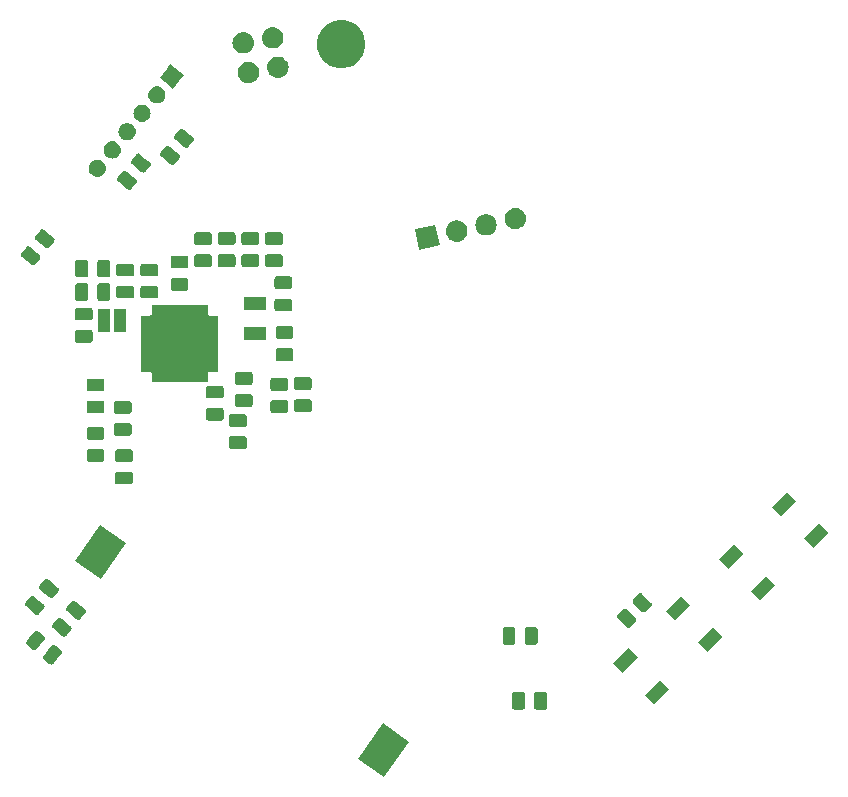
<source format=gbr>
%TF.GenerationSoftware,KiCad,Pcbnew,5.0.2-bee76a0~70~ubuntu18.04.1*%
%TF.CreationDate,2019-02-12T23:17:40+02:00*%
%TF.ProjectId,BLE-NFC-Badge,424c452d-4e46-4432-9d42-616467652e6b,rev?*%
%TF.SameCoordinates,Original*%
%TF.FileFunction,Soldermask,Bot*%
%TF.FilePolarity,Negative*%
%FSLAX46Y46*%
G04 Gerber Fmt 4.6, Leading zero omitted, Abs format (unit mm)*
G04 Created by KiCad (PCBNEW 5.0.2-bee76a0~70~ubuntu18.04.1) date Tue 12 Feb 2019 11:17:40 PM EET*
%MOMM*%
%LPD*%
G01*
G04 APERTURE LIST*
%ADD10C,0.100000*%
G04 APERTURE END LIST*
D10*
G36*
X170268941Y-144061546D02*
X168145561Y-147094047D01*
X165932213Y-145544244D01*
X168055593Y-142511743D01*
X170268941Y-144061546D01*
X170268941Y-144061546D01*
G37*
G36*
X181759466Y-139853565D02*
X181798137Y-139865296D01*
X181833779Y-139884348D01*
X181865017Y-139909983D01*
X181890652Y-139941221D01*
X181909704Y-139976863D01*
X181921435Y-140015534D01*
X181926000Y-140061888D01*
X181926000Y-141138112D01*
X181921435Y-141184466D01*
X181909704Y-141223137D01*
X181890652Y-141258779D01*
X181865017Y-141290017D01*
X181833779Y-141315652D01*
X181798137Y-141334704D01*
X181759466Y-141346435D01*
X181713112Y-141351000D01*
X181061888Y-141351000D01*
X181015534Y-141346435D01*
X180976863Y-141334704D01*
X180941221Y-141315652D01*
X180909983Y-141290017D01*
X180884348Y-141258779D01*
X180865296Y-141223137D01*
X180853565Y-141184466D01*
X180849000Y-141138112D01*
X180849000Y-140061888D01*
X180853565Y-140015534D01*
X180865296Y-139976863D01*
X180884348Y-139941221D01*
X180909983Y-139909983D01*
X180941221Y-139884348D01*
X180976863Y-139865296D01*
X181015534Y-139853565D01*
X181061888Y-139849000D01*
X181713112Y-139849000D01*
X181759466Y-139853565D01*
X181759466Y-139853565D01*
G37*
G36*
X179884466Y-139853565D02*
X179923137Y-139865296D01*
X179958779Y-139884348D01*
X179990017Y-139909983D01*
X180015652Y-139941221D01*
X180034704Y-139976863D01*
X180046435Y-140015534D01*
X180051000Y-140061888D01*
X180051000Y-141138112D01*
X180046435Y-141184466D01*
X180034704Y-141223137D01*
X180015652Y-141258779D01*
X179990017Y-141290017D01*
X179958779Y-141315652D01*
X179923137Y-141334704D01*
X179884466Y-141346435D01*
X179838112Y-141351000D01*
X179186888Y-141351000D01*
X179140534Y-141346435D01*
X179101863Y-141334704D01*
X179066221Y-141315652D01*
X179034983Y-141290017D01*
X179009348Y-141258779D01*
X178990296Y-141223137D01*
X178978565Y-141184466D01*
X178974000Y-141138112D01*
X178974000Y-140061888D01*
X178978565Y-140015534D01*
X178990296Y-139976863D01*
X179009348Y-139941221D01*
X179034983Y-139909983D01*
X179066221Y-139884348D01*
X179101863Y-139865296D01*
X179140534Y-139853565D01*
X179186888Y-139849000D01*
X179838112Y-139849000D01*
X179884466Y-139853565D01*
X179884466Y-139853565D01*
G37*
G36*
X192292837Y-139623402D02*
X191018630Y-140897609D01*
X190239397Y-140118376D01*
X191513604Y-138844169D01*
X192292837Y-139623402D01*
X192292837Y-139623402D01*
G37*
G36*
X189605831Y-136936396D02*
X188331624Y-138210603D01*
X187552391Y-137431370D01*
X188826598Y-136157163D01*
X189605831Y-136936396D01*
X189605831Y-136936396D01*
G37*
G36*
X140186314Y-135867530D02*
X140225857Y-135875844D01*
X140263022Y-135891716D01*
X140301470Y-135918017D01*
X140344640Y-135954241D01*
X140344643Y-135954243D01*
X140757158Y-136300384D01*
X140757163Y-136300389D01*
X140800333Y-136336613D01*
X140832909Y-136369907D01*
X140854991Y-136403749D01*
X140870049Y-136441253D01*
X140877500Y-136480969D01*
X140877058Y-136521383D01*
X140868744Y-136560926D01*
X140852872Y-136598091D01*
X140826571Y-136636539D01*
X140790345Y-136679711D01*
X140790344Y-136679713D01*
X140171019Y-137417796D01*
X140171014Y-137417801D01*
X140134790Y-137460971D01*
X140101496Y-137493547D01*
X140067654Y-137515629D01*
X140030150Y-137530687D01*
X139990434Y-137538138D01*
X139950020Y-137537696D01*
X139910477Y-137529382D01*
X139873312Y-137513510D01*
X139834864Y-137487209D01*
X139791694Y-137450985D01*
X139791691Y-137450983D01*
X139379176Y-137104842D01*
X139379171Y-137104837D01*
X139336001Y-137068613D01*
X139303425Y-137035319D01*
X139281343Y-137001477D01*
X139266285Y-136963973D01*
X139258834Y-136924257D01*
X139259276Y-136883843D01*
X139267590Y-136844300D01*
X139283462Y-136807135D01*
X139309763Y-136768687D01*
X139505049Y-136535954D01*
X139965315Y-135987430D01*
X139965320Y-135987425D01*
X140001544Y-135944255D01*
X140034838Y-135911679D01*
X140068680Y-135889597D01*
X140106184Y-135874539D01*
X140145900Y-135867088D01*
X140186314Y-135867530D01*
X140186314Y-135867530D01*
G37*
G36*
X196747609Y-135168630D02*
X195473402Y-136442837D01*
X194694169Y-135663604D01*
X195968376Y-134389397D01*
X196747609Y-135168630D01*
X196747609Y-135168630D01*
G37*
G36*
X138749980Y-134662304D02*
X138789523Y-134670618D01*
X138826688Y-134686490D01*
X138865136Y-134712791D01*
X138908306Y-134749015D01*
X138908309Y-134749017D01*
X139320824Y-135095158D01*
X139320829Y-135095163D01*
X139363999Y-135131387D01*
X139396575Y-135164681D01*
X139418657Y-135198523D01*
X139433715Y-135236027D01*
X139441166Y-135275743D01*
X139440724Y-135316157D01*
X139432410Y-135355700D01*
X139416538Y-135392865D01*
X139390237Y-135431313D01*
X139354011Y-135474485D01*
X139354010Y-135474487D01*
X138734685Y-136212570D01*
X138734680Y-136212575D01*
X138698456Y-136255745D01*
X138665162Y-136288321D01*
X138631320Y-136310403D01*
X138593816Y-136325461D01*
X138554100Y-136332912D01*
X138513686Y-136332470D01*
X138474143Y-136324156D01*
X138436978Y-136308284D01*
X138398530Y-136281983D01*
X138355360Y-136245759D01*
X138355357Y-136245757D01*
X137942842Y-135899616D01*
X137942837Y-135899611D01*
X137899667Y-135863387D01*
X137867091Y-135830093D01*
X137845009Y-135796251D01*
X137829951Y-135758747D01*
X137822500Y-135719031D01*
X137822942Y-135678617D01*
X137831256Y-135639074D01*
X137847128Y-135601909D01*
X137873429Y-135563461D01*
X138068715Y-135330728D01*
X138528981Y-134782204D01*
X138528986Y-134782199D01*
X138565210Y-134739029D01*
X138598504Y-134706453D01*
X138632346Y-134684371D01*
X138669850Y-134669313D01*
X138709566Y-134661862D01*
X138749980Y-134662304D01*
X138749980Y-134662304D01*
G37*
G36*
X180959466Y-134353565D02*
X180998137Y-134365296D01*
X181033779Y-134384348D01*
X181065017Y-134409983D01*
X181090652Y-134441221D01*
X181109704Y-134476863D01*
X181121435Y-134515534D01*
X181126000Y-134561888D01*
X181126000Y-135638112D01*
X181121435Y-135684466D01*
X181109704Y-135723137D01*
X181090652Y-135758779D01*
X181065017Y-135790017D01*
X181033779Y-135815652D01*
X180998137Y-135834704D01*
X180959466Y-135846435D01*
X180913112Y-135851000D01*
X180261888Y-135851000D01*
X180215534Y-135846435D01*
X180176863Y-135834704D01*
X180141221Y-135815652D01*
X180109983Y-135790017D01*
X180084348Y-135758779D01*
X180065296Y-135723137D01*
X180053565Y-135684466D01*
X180049000Y-135638112D01*
X180049000Y-134561888D01*
X180053565Y-134515534D01*
X180065296Y-134476863D01*
X180084348Y-134441221D01*
X180109983Y-134409983D01*
X180141221Y-134384348D01*
X180176863Y-134365296D01*
X180215534Y-134353565D01*
X180261888Y-134349000D01*
X180913112Y-134349000D01*
X180959466Y-134353565D01*
X180959466Y-134353565D01*
G37*
G36*
X179084466Y-134353565D02*
X179123137Y-134365296D01*
X179158779Y-134384348D01*
X179190017Y-134409983D01*
X179215652Y-134441221D01*
X179234704Y-134476863D01*
X179246435Y-134515534D01*
X179251000Y-134561888D01*
X179251000Y-135638112D01*
X179246435Y-135684466D01*
X179234704Y-135723137D01*
X179215652Y-135758779D01*
X179190017Y-135790017D01*
X179158779Y-135815652D01*
X179123137Y-135834704D01*
X179084466Y-135846435D01*
X179038112Y-135851000D01*
X178386888Y-135851000D01*
X178340534Y-135846435D01*
X178301863Y-135834704D01*
X178266221Y-135815652D01*
X178234983Y-135790017D01*
X178209348Y-135758779D01*
X178190296Y-135723137D01*
X178178565Y-135684466D01*
X178174000Y-135638112D01*
X178174000Y-134561888D01*
X178178565Y-134515534D01*
X178190296Y-134476863D01*
X178209348Y-134441221D01*
X178234983Y-134409983D01*
X178266221Y-134384348D01*
X178301863Y-134365296D01*
X178340534Y-134353565D01*
X178386888Y-134349000D01*
X179038112Y-134349000D01*
X179084466Y-134353565D01*
X179084466Y-134353565D01*
G37*
G36*
X140666157Y-133559276D02*
X140705700Y-133567590D01*
X140742865Y-133583462D01*
X140781313Y-133609763D01*
X140824485Y-133645989D01*
X140824487Y-133645990D01*
X141562570Y-134265315D01*
X141562575Y-134265320D01*
X141605745Y-134301544D01*
X141638321Y-134334838D01*
X141660403Y-134368680D01*
X141675461Y-134406184D01*
X141682912Y-134445900D01*
X141682470Y-134486314D01*
X141674156Y-134525857D01*
X141658284Y-134563022D01*
X141631983Y-134601470D01*
X141595759Y-134644640D01*
X141595757Y-134644643D01*
X141249616Y-135057158D01*
X141249611Y-135057163D01*
X141213387Y-135100333D01*
X141180093Y-135132909D01*
X141146251Y-135154991D01*
X141108747Y-135170049D01*
X141069031Y-135177500D01*
X141028617Y-135177058D01*
X140989074Y-135168744D01*
X140951909Y-135152872D01*
X140913461Y-135126571D01*
X140870287Y-135090344D01*
X140132204Y-134471019D01*
X140132199Y-134471014D01*
X140089029Y-134434790D01*
X140056453Y-134401496D01*
X140034371Y-134367654D01*
X140019313Y-134330150D01*
X140011862Y-134290434D01*
X140012304Y-134250020D01*
X140020618Y-134210477D01*
X140036490Y-134173312D01*
X140062791Y-134134864D01*
X140099017Y-134091691D01*
X140445158Y-133679176D01*
X140445163Y-133679171D01*
X140481387Y-133636001D01*
X140514681Y-133603425D01*
X140548523Y-133581343D01*
X140586027Y-133566285D01*
X140625743Y-133558834D01*
X140666157Y-133559276D01*
X140666157Y-133559276D01*
G37*
G36*
X188564543Y-132791302D02*
X188603214Y-132803033D01*
X188638856Y-132822085D01*
X188674867Y-132851637D01*
X189435863Y-133612633D01*
X189465415Y-133648644D01*
X189484467Y-133684286D01*
X189496198Y-133722957D01*
X189500158Y-133763173D01*
X189496198Y-133803389D01*
X189484467Y-133842060D01*
X189465415Y-133877702D01*
X189435863Y-133913713D01*
X188975387Y-134374189D01*
X188939376Y-134403741D01*
X188903734Y-134422793D01*
X188865063Y-134434524D01*
X188824847Y-134438484D01*
X188784631Y-134434524D01*
X188745960Y-134422793D01*
X188710318Y-134403741D01*
X188674307Y-134374189D01*
X187913311Y-133613193D01*
X187883759Y-133577182D01*
X187864707Y-133541540D01*
X187852976Y-133502869D01*
X187849016Y-133462653D01*
X187852976Y-133422437D01*
X187864707Y-133383766D01*
X187883759Y-133348124D01*
X187913311Y-133312113D01*
X188373787Y-132851637D01*
X188409798Y-132822085D01*
X188445440Y-132803033D01*
X188484111Y-132791302D01*
X188524327Y-132787342D01*
X188564543Y-132791302D01*
X188564543Y-132791302D01*
G37*
G36*
X194060603Y-132481624D02*
X192786396Y-133755831D01*
X192007163Y-132976598D01*
X193281370Y-131702391D01*
X194060603Y-132481624D01*
X194060603Y-132481624D01*
G37*
G36*
X141871383Y-132122942D02*
X141910926Y-132131256D01*
X141948091Y-132147128D01*
X141986539Y-132173429D01*
X142029711Y-132209655D01*
X142029713Y-132209656D01*
X142767796Y-132828981D01*
X142767801Y-132828986D01*
X142810971Y-132865210D01*
X142843547Y-132898504D01*
X142865629Y-132932346D01*
X142880687Y-132969850D01*
X142888138Y-133009566D01*
X142887696Y-133049980D01*
X142879382Y-133089523D01*
X142863510Y-133126688D01*
X142837209Y-133165136D01*
X142800985Y-133208306D01*
X142800983Y-133208309D01*
X142454842Y-133620824D01*
X142454837Y-133620829D01*
X142418613Y-133663999D01*
X142385319Y-133696575D01*
X142351477Y-133718657D01*
X142313973Y-133733715D01*
X142274257Y-133741166D01*
X142233843Y-133740724D01*
X142194300Y-133732410D01*
X142157135Y-133716538D01*
X142118687Y-133690237D01*
X142075513Y-133654010D01*
X141337430Y-133034685D01*
X141337425Y-133034680D01*
X141294255Y-132998456D01*
X141261679Y-132965162D01*
X141239597Y-132931320D01*
X141224539Y-132893816D01*
X141217088Y-132854100D01*
X141217530Y-132813686D01*
X141225844Y-132774143D01*
X141241716Y-132736978D01*
X141268017Y-132698530D01*
X141304243Y-132655357D01*
X141650384Y-132242842D01*
X141650389Y-132242837D01*
X141686613Y-132199667D01*
X141719907Y-132167091D01*
X141753749Y-132145009D01*
X141791253Y-132129951D01*
X141830969Y-132122500D01*
X141871383Y-132122942D01*
X141871383Y-132122942D01*
G37*
G36*
X138366157Y-131709276D02*
X138405700Y-131717590D01*
X138442865Y-131733462D01*
X138481313Y-131759763D01*
X138524485Y-131795989D01*
X138524487Y-131795990D01*
X139262570Y-132415315D01*
X139262575Y-132415320D01*
X139305745Y-132451544D01*
X139338321Y-132484838D01*
X139360403Y-132518680D01*
X139375461Y-132556184D01*
X139382912Y-132595900D01*
X139382470Y-132636314D01*
X139374156Y-132675857D01*
X139358284Y-132713022D01*
X139331983Y-132751470D01*
X139295759Y-132794640D01*
X139295757Y-132794643D01*
X138949616Y-133207158D01*
X138949611Y-133207163D01*
X138913387Y-133250333D01*
X138880093Y-133282909D01*
X138846251Y-133304991D01*
X138808747Y-133320049D01*
X138769031Y-133327500D01*
X138728617Y-133327058D01*
X138689074Y-133318744D01*
X138651909Y-133302872D01*
X138613461Y-133276571D01*
X138570287Y-133240344D01*
X137832204Y-132621019D01*
X137832199Y-132621014D01*
X137789029Y-132584790D01*
X137756453Y-132551496D01*
X137734371Y-132517654D01*
X137719313Y-132480150D01*
X137711862Y-132440434D01*
X137712304Y-132400020D01*
X137720618Y-132360477D01*
X137736490Y-132323312D01*
X137762791Y-132284864D01*
X137799017Y-132241691D01*
X138145158Y-131829176D01*
X138145163Y-131829171D01*
X138181387Y-131786001D01*
X138214681Y-131753425D01*
X138248523Y-131731343D01*
X138286027Y-131716285D01*
X138325743Y-131708834D01*
X138366157Y-131709276D01*
X138366157Y-131709276D01*
G37*
G36*
X189890369Y-131465476D02*
X189929040Y-131477207D01*
X189964682Y-131496259D01*
X190000693Y-131525811D01*
X190761689Y-132286807D01*
X190791241Y-132322818D01*
X190810293Y-132358460D01*
X190822024Y-132397131D01*
X190825984Y-132437347D01*
X190822024Y-132477563D01*
X190810293Y-132516234D01*
X190791241Y-132551876D01*
X190761689Y-132587887D01*
X190301213Y-133048363D01*
X190265202Y-133077915D01*
X190229560Y-133096967D01*
X190190889Y-133108698D01*
X190150673Y-133112658D01*
X190110457Y-133108698D01*
X190071786Y-133096967D01*
X190036144Y-133077915D01*
X190000133Y-133048363D01*
X189239137Y-132287367D01*
X189209585Y-132251356D01*
X189190533Y-132215714D01*
X189178802Y-132177043D01*
X189174842Y-132136827D01*
X189178802Y-132096611D01*
X189190533Y-132057940D01*
X189209585Y-132022298D01*
X189239137Y-131986287D01*
X189699613Y-131525811D01*
X189735624Y-131496259D01*
X189771266Y-131477207D01*
X189809937Y-131465476D01*
X189850153Y-131461516D01*
X189890369Y-131465476D01*
X189890369Y-131465476D01*
G37*
G36*
X201242837Y-130823402D02*
X199968630Y-132097609D01*
X199189397Y-131318376D01*
X200463604Y-130044169D01*
X201242837Y-130823402D01*
X201242837Y-130823402D01*
G37*
G36*
X139571383Y-130272942D02*
X139610926Y-130281256D01*
X139648091Y-130297128D01*
X139686539Y-130323429D01*
X139729711Y-130359655D01*
X139729713Y-130359656D01*
X140467796Y-130978981D01*
X140467801Y-130978986D01*
X140510971Y-131015210D01*
X140543547Y-131048504D01*
X140565629Y-131082346D01*
X140580687Y-131119850D01*
X140588138Y-131159566D01*
X140587696Y-131199980D01*
X140579382Y-131239523D01*
X140563510Y-131276688D01*
X140537209Y-131315136D01*
X140500985Y-131358306D01*
X140500983Y-131358309D01*
X140154842Y-131770824D01*
X140154837Y-131770829D01*
X140118613Y-131813999D01*
X140085319Y-131846575D01*
X140051477Y-131868657D01*
X140013973Y-131883715D01*
X139974257Y-131891166D01*
X139933843Y-131890724D01*
X139894300Y-131882410D01*
X139857135Y-131866538D01*
X139818687Y-131840237D01*
X139775513Y-131804010D01*
X139037430Y-131184685D01*
X139037425Y-131184680D01*
X138994255Y-131148456D01*
X138961679Y-131115162D01*
X138939597Y-131081320D01*
X138924539Y-131043816D01*
X138917088Y-131004100D01*
X138917530Y-130963686D01*
X138925844Y-130924143D01*
X138941716Y-130886978D01*
X138968017Y-130848530D01*
X139004243Y-130805357D01*
X139350384Y-130392842D01*
X139350389Y-130392837D01*
X139386613Y-130349667D01*
X139419907Y-130317091D01*
X139453749Y-130295009D01*
X139491253Y-130279951D01*
X139530969Y-130272500D01*
X139571383Y-130272942D01*
X139571383Y-130272942D01*
G37*
G36*
X146267787Y-127255756D02*
X144144407Y-130288257D01*
X141931059Y-128738454D01*
X144054439Y-125705953D01*
X146267787Y-127255756D01*
X146267787Y-127255756D01*
G37*
G36*
X198555831Y-128136396D02*
X197281624Y-129410603D01*
X196502391Y-128631370D01*
X197776598Y-127357163D01*
X198555831Y-128136396D01*
X198555831Y-128136396D01*
G37*
G36*
X205697609Y-126368630D02*
X204423402Y-127642837D01*
X203644169Y-126863604D01*
X204918376Y-125589397D01*
X205697609Y-126368630D01*
X205697609Y-126368630D01*
G37*
G36*
X203010603Y-123681624D02*
X201736396Y-124955831D01*
X200957163Y-124176598D01*
X202231370Y-122902391D01*
X203010603Y-123681624D01*
X203010603Y-123681624D01*
G37*
G36*
X146684466Y-121203565D02*
X146723137Y-121215296D01*
X146758779Y-121234348D01*
X146790017Y-121259983D01*
X146815652Y-121291221D01*
X146834704Y-121326863D01*
X146846435Y-121365534D01*
X146851000Y-121411888D01*
X146851000Y-122063112D01*
X146846435Y-122109466D01*
X146834704Y-122148137D01*
X146815652Y-122183779D01*
X146790017Y-122215017D01*
X146758779Y-122240652D01*
X146723137Y-122259704D01*
X146684466Y-122271435D01*
X146638112Y-122276000D01*
X145561888Y-122276000D01*
X145515534Y-122271435D01*
X145476863Y-122259704D01*
X145441221Y-122240652D01*
X145409983Y-122215017D01*
X145384348Y-122183779D01*
X145365296Y-122148137D01*
X145353565Y-122109466D01*
X145349000Y-122063112D01*
X145349000Y-121411888D01*
X145353565Y-121365534D01*
X145365296Y-121326863D01*
X145384348Y-121291221D01*
X145409983Y-121259983D01*
X145441221Y-121234348D01*
X145476863Y-121215296D01*
X145515534Y-121203565D01*
X145561888Y-121199000D01*
X146638112Y-121199000D01*
X146684466Y-121203565D01*
X146684466Y-121203565D01*
G37*
G36*
X146684466Y-119328565D02*
X146723137Y-119340296D01*
X146758779Y-119359348D01*
X146790017Y-119384983D01*
X146815652Y-119416221D01*
X146834704Y-119451863D01*
X146846435Y-119490534D01*
X146851000Y-119536888D01*
X146851000Y-120188112D01*
X146846435Y-120234466D01*
X146834704Y-120273137D01*
X146815652Y-120308779D01*
X146790017Y-120340017D01*
X146758779Y-120365652D01*
X146723137Y-120384704D01*
X146684466Y-120396435D01*
X146638112Y-120401000D01*
X145561888Y-120401000D01*
X145515534Y-120396435D01*
X145476863Y-120384704D01*
X145441221Y-120365652D01*
X145409983Y-120340017D01*
X145384348Y-120308779D01*
X145365296Y-120273137D01*
X145353565Y-120234466D01*
X145349000Y-120188112D01*
X145349000Y-119536888D01*
X145353565Y-119490534D01*
X145365296Y-119451863D01*
X145384348Y-119416221D01*
X145409983Y-119384983D01*
X145441221Y-119359348D01*
X145476863Y-119340296D01*
X145515534Y-119328565D01*
X145561888Y-119324000D01*
X146638112Y-119324000D01*
X146684466Y-119328565D01*
X146684466Y-119328565D01*
G37*
G36*
X144284466Y-119303565D02*
X144323137Y-119315296D01*
X144358779Y-119334348D01*
X144390017Y-119359983D01*
X144415652Y-119391221D01*
X144434704Y-119426863D01*
X144446435Y-119465534D01*
X144451000Y-119511888D01*
X144451000Y-120163112D01*
X144446435Y-120209466D01*
X144434704Y-120248137D01*
X144415652Y-120283779D01*
X144390017Y-120315017D01*
X144358779Y-120340652D01*
X144323137Y-120359704D01*
X144284466Y-120371435D01*
X144238112Y-120376000D01*
X143161888Y-120376000D01*
X143115534Y-120371435D01*
X143076863Y-120359704D01*
X143041221Y-120340652D01*
X143009983Y-120315017D01*
X142984348Y-120283779D01*
X142965296Y-120248137D01*
X142953565Y-120209466D01*
X142949000Y-120163112D01*
X142949000Y-119511888D01*
X142953565Y-119465534D01*
X142965296Y-119426863D01*
X142984348Y-119391221D01*
X143009983Y-119359983D01*
X143041221Y-119334348D01*
X143076863Y-119315296D01*
X143115534Y-119303565D01*
X143161888Y-119299000D01*
X144238112Y-119299000D01*
X144284466Y-119303565D01*
X144284466Y-119303565D01*
G37*
G36*
X156334466Y-118216065D02*
X156373137Y-118227796D01*
X156408779Y-118246848D01*
X156440017Y-118272483D01*
X156465652Y-118303721D01*
X156484704Y-118339363D01*
X156496435Y-118378034D01*
X156501000Y-118424388D01*
X156501000Y-119075612D01*
X156496435Y-119121966D01*
X156484704Y-119160637D01*
X156465652Y-119196279D01*
X156440017Y-119227517D01*
X156408779Y-119253152D01*
X156373137Y-119272204D01*
X156334466Y-119283935D01*
X156288112Y-119288500D01*
X155211888Y-119288500D01*
X155165534Y-119283935D01*
X155126863Y-119272204D01*
X155091221Y-119253152D01*
X155059983Y-119227517D01*
X155034348Y-119196279D01*
X155015296Y-119160637D01*
X155003565Y-119121966D01*
X154999000Y-119075612D01*
X154999000Y-118424388D01*
X155003565Y-118378034D01*
X155015296Y-118339363D01*
X155034348Y-118303721D01*
X155059983Y-118272483D01*
X155091221Y-118246848D01*
X155126863Y-118227796D01*
X155165534Y-118216065D01*
X155211888Y-118211500D01*
X156288112Y-118211500D01*
X156334466Y-118216065D01*
X156334466Y-118216065D01*
G37*
G36*
X144284466Y-117428565D02*
X144323137Y-117440296D01*
X144358779Y-117459348D01*
X144390017Y-117484983D01*
X144415652Y-117516221D01*
X144434704Y-117551863D01*
X144446435Y-117590534D01*
X144451000Y-117636888D01*
X144451000Y-118288112D01*
X144446435Y-118334466D01*
X144434704Y-118373137D01*
X144415652Y-118408779D01*
X144390017Y-118440017D01*
X144358779Y-118465652D01*
X144323137Y-118484704D01*
X144284466Y-118496435D01*
X144238112Y-118501000D01*
X143161888Y-118501000D01*
X143115534Y-118496435D01*
X143076863Y-118484704D01*
X143041221Y-118465652D01*
X143009983Y-118440017D01*
X142984348Y-118408779D01*
X142965296Y-118373137D01*
X142953565Y-118334466D01*
X142949000Y-118288112D01*
X142949000Y-117636888D01*
X142953565Y-117590534D01*
X142965296Y-117551863D01*
X142984348Y-117516221D01*
X143009983Y-117484983D01*
X143041221Y-117459348D01*
X143076863Y-117440296D01*
X143115534Y-117428565D01*
X143161888Y-117424000D01*
X144238112Y-117424000D01*
X144284466Y-117428565D01*
X144284466Y-117428565D01*
G37*
G36*
X146584466Y-117103565D02*
X146623137Y-117115296D01*
X146658779Y-117134348D01*
X146690017Y-117159983D01*
X146715652Y-117191221D01*
X146734704Y-117226863D01*
X146746435Y-117265534D01*
X146751000Y-117311888D01*
X146751000Y-117963112D01*
X146746435Y-118009466D01*
X146734704Y-118048137D01*
X146715652Y-118083779D01*
X146690017Y-118115017D01*
X146658779Y-118140652D01*
X146623137Y-118159704D01*
X146584466Y-118171435D01*
X146538112Y-118176000D01*
X145461888Y-118176000D01*
X145415534Y-118171435D01*
X145376863Y-118159704D01*
X145341221Y-118140652D01*
X145309983Y-118115017D01*
X145284348Y-118083779D01*
X145265296Y-118048137D01*
X145253565Y-118009466D01*
X145249000Y-117963112D01*
X145249000Y-117311888D01*
X145253565Y-117265534D01*
X145265296Y-117226863D01*
X145284348Y-117191221D01*
X145309983Y-117159983D01*
X145341221Y-117134348D01*
X145376863Y-117115296D01*
X145415534Y-117103565D01*
X145461888Y-117099000D01*
X146538112Y-117099000D01*
X146584466Y-117103565D01*
X146584466Y-117103565D01*
G37*
G36*
X156334466Y-116341065D02*
X156373137Y-116352796D01*
X156408779Y-116371848D01*
X156440017Y-116397483D01*
X156465652Y-116428721D01*
X156484704Y-116464363D01*
X156496435Y-116503034D01*
X156501000Y-116549388D01*
X156501000Y-117200612D01*
X156496435Y-117246966D01*
X156484704Y-117285637D01*
X156465652Y-117321279D01*
X156440017Y-117352517D01*
X156408779Y-117378152D01*
X156373137Y-117397204D01*
X156334466Y-117408935D01*
X156288112Y-117413500D01*
X155211888Y-117413500D01*
X155165534Y-117408935D01*
X155126863Y-117397204D01*
X155091221Y-117378152D01*
X155059983Y-117352517D01*
X155034348Y-117321279D01*
X155015296Y-117285637D01*
X155003565Y-117246966D01*
X154999000Y-117200612D01*
X154999000Y-116549388D01*
X155003565Y-116503034D01*
X155015296Y-116464363D01*
X155034348Y-116428721D01*
X155059983Y-116397483D01*
X155091221Y-116371848D01*
X155126863Y-116352796D01*
X155165534Y-116341065D01*
X155211888Y-116336500D01*
X156288112Y-116336500D01*
X156334466Y-116341065D01*
X156334466Y-116341065D01*
G37*
G36*
X154384466Y-115803565D02*
X154423137Y-115815296D01*
X154458779Y-115834348D01*
X154490017Y-115859983D01*
X154515652Y-115891221D01*
X154534704Y-115926863D01*
X154546435Y-115965534D01*
X154551000Y-116011888D01*
X154551000Y-116663112D01*
X154546435Y-116709466D01*
X154534704Y-116748137D01*
X154515652Y-116783779D01*
X154490017Y-116815017D01*
X154458779Y-116840652D01*
X154423137Y-116859704D01*
X154384466Y-116871435D01*
X154338112Y-116876000D01*
X153261888Y-116876000D01*
X153215534Y-116871435D01*
X153176863Y-116859704D01*
X153141221Y-116840652D01*
X153109983Y-116815017D01*
X153084348Y-116783779D01*
X153065296Y-116748137D01*
X153053565Y-116709466D01*
X153049000Y-116663112D01*
X153049000Y-116011888D01*
X153053565Y-115965534D01*
X153065296Y-115926863D01*
X153084348Y-115891221D01*
X153109983Y-115859983D01*
X153141221Y-115834348D01*
X153176863Y-115815296D01*
X153215534Y-115803565D01*
X153261888Y-115799000D01*
X154338112Y-115799000D01*
X154384466Y-115803565D01*
X154384466Y-115803565D01*
G37*
G36*
X146584466Y-115228565D02*
X146623137Y-115240296D01*
X146658779Y-115259348D01*
X146690017Y-115284983D01*
X146715652Y-115316221D01*
X146734704Y-115351863D01*
X146746435Y-115390534D01*
X146751000Y-115436888D01*
X146751000Y-116088112D01*
X146746435Y-116134466D01*
X146734704Y-116173137D01*
X146715652Y-116208779D01*
X146690017Y-116240017D01*
X146658779Y-116265652D01*
X146623137Y-116284704D01*
X146584466Y-116296435D01*
X146538112Y-116301000D01*
X145461888Y-116301000D01*
X145415534Y-116296435D01*
X145376863Y-116284704D01*
X145341221Y-116265652D01*
X145309983Y-116240017D01*
X145284348Y-116208779D01*
X145265296Y-116173137D01*
X145253565Y-116134466D01*
X145249000Y-116088112D01*
X145249000Y-115436888D01*
X145253565Y-115390534D01*
X145265296Y-115351863D01*
X145284348Y-115316221D01*
X145309983Y-115284983D01*
X145341221Y-115259348D01*
X145376863Y-115240296D01*
X145415534Y-115228565D01*
X145461888Y-115224000D01*
X146538112Y-115224000D01*
X146584466Y-115228565D01*
X146584466Y-115228565D01*
G37*
G36*
X144284466Y-115203565D02*
X144323137Y-115215296D01*
X144358779Y-115234348D01*
X144390017Y-115259983D01*
X144415652Y-115291221D01*
X144434704Y-115326863D01*
X144446435Y-115365534D01*
X144451000Y-115411888D01*
X144451000Y-116063112D01*
X144446435Y-116109466D01*
X144434704Y-116148137D01*
X144415652Y-116183779D01*
X144390017Y-116215017D01*
X144358779Y-116240652D01*
X144323137Y-116259704D01*
X144284466Y-116271435D01*
X144238112Y-116276000D01*
X143161888Y-116276000D01*
X143115534Y-116271435D01*
X143076863Y-116259704D01*
X143041221Y-116240652D01*
X143009983Y-116215017D01*
X142984348Y-116183779D01*
X142965296Y-116148137D01*
X142953565Y-116109466D01*
X142949000Y-116063112D01*
X142949000Y-115411888D01*
X142953565Y-115365534D01*
X142965296Y-115326863D01*
X142984348Y-115291221D01*
X143009983Y-115259983D01*
X143041221Y-115234348D01*
X143076863Y-115215296D01*
X143115534Y-115203565D01*
X143161888Y-115199000D01*
X144238112Y-115199000D01*
X144284466Y-115203565D01*
X144284466Y-115203565D01*
G37*
G36*
X159834466Y-115153565D02*
X159873137Y-115165296D01*
X159908779Y-115184348D01*
X159940017Y-115209983D01*
X159965652Y-115241221D01*
X159984704Y-115276863D01*
X159996435Y-115315534D01*
X160001000Y-115361888D01*
X160001000Y-116013112D01*
X159996435Y-116059466D01*
X159984704Y-116098137D01*
X159965652Y-116133779D01*
X159940017Y-116165017D01*
X159908779Y-116190652D01*
X159873137Y-116209704D01*
X159834466Y-116221435D01*
X159788112Y-116226000D01*
X158711888Y-116226000D01*
X158665534Y-116221435D01*
X158626863Y-116209704D01*
X158591221Y-116190652D01*
X158559983Y-116165017D01*
X158534348Y-116133779D01*
X158515296Y-116098137D01*
X158503565Y-116059466D01*
X158499000Y-116013112D01*
X158499000Y-115361888D01*
X158503565Y-115315534D01*
X158515296Y-115276863D01*
X158534348Y-115241221D01*
X158559983Y-115209983D01*
X158591221Y-115184348D01*
X158626863Y-115165296D01*
X158665534Y-115153565D01*
X158711888Y-115149000D01*
X159788112Y-115149000D01*
X159834466Y-115153565D01*
X159834466Y-115153565D01*
G37*
G36*
X161834466Y-115091065D02*
X161873137Y-115102796D01*
X161908779Y-115121848D01*
X161940017Y-115147483D01*
X161965652Y-115178721D01*
X161984704Y-115214363D01*
X161996435Y-115253034D01*
X162001000Y-115299388D01*
X162001000Y-115950612D01*
X161996435Y-115996966D01*
X161984704Y-116035637D01*
X161965652Y-116071279D01*
X161940017Y-116102517D01*
X161908779Y-116128152D01*
X161873137Y-116147204D01*
X161834466Y-116158935D01*
X161788112Y-116163500D01*
X160711888Y-116163500D01*
X160665534Y-116158935D01*
X160626863Y-116147204D01*
X160591221Y-116128152D01*
X160559983Y-116102517D01*
X160534348Y-116071279D01*
X160515296Y-116035637D01*
X160503565Y-115996966D01*
X160499000Y-115950612D01*
X160499000Y-115299388D01*
X160503565Y-115253034D01*
X160515296Y-115214363D01*
X160534348Y-115178721D01*
X160559983Y-115147483D01*
X160591221Y-115121848D01*
X160626863Y-115102796D01*
X160665534Y-115091065D01*
X160711888Y-115086500D01*
X161788112Y-115086500D01*
X161834466Y-115091065D01*
X161834466Y-115091065D01*
G37*
G36*
X156834466Y-114653565D02*
X156873137Y-114665296D01*
X156908779Y-114684348D01*
X156940017Y-114709983D01*
X156965652Y-114741221D01*
X156984704Y-114776863D01*
X156996435Y-114815534D01*
X157001000Y-114861888D01*
X157001000Y-115513112D01*
X156996435Y-115559466D01*
X156984704Y-115598137D01*
X156965652Y-115633779D01*
X156940017Y-115665017D01*
X156908779Y-115690652D01*
X156873137Y-115709704D01*
X156834466Y-115721435D01*
X156788112Y-115726000D01*
X155711888Y-115726000D01*
X155665534Y-115721435D01*
X155626863Y-115709704D01*
X155591221Y-115690652D01*
X155559983Y-115665017D01*
X155534348Y-115633779D01*
X155515296Y-115598137D01*
X155503565Y-115559466D01*
X155499000Y-115513112D01*
X155499000Y-114861888D01*
X155503565Y-114815534D01*
X155515296Y-114776863D01*
X155534348Y-114741221D01*
X155559983Y-114709983D01*
X155591221Y-114684348D01*
X155626863Y-114665296D01*
X155665534Y-114653565D01*
X155711888Y-114649000D01*
X156788112Y-114649000D01*
X156834466Y-114653565D01*
X156834466Y-114653565D01*
G37*
G36*
X154384466Y-113928565D02*
X154423137Y-113940296D01*
X154458779Y-113959348D01*
X154490017Y-113984983D01*
X154515652Y-114016221D01*
X154534704Y-114051863D01*
X154546435Y-114090534D01*
X154551000Y-114136888D01*
X154551000Y-114788112D01*
X154546435Y-114834466D01*
X154534704Y-114873137D01*
X154515652Y-114908779D01*
X154490017Y-114940017D01*
X154458779Y-114965652D01*
X154423137Y-114984704D01*
X154384466Y-114996435D01*
X154338112Y-115001000D01*
X153261888Y-115001000D01*
X153215534Y-114996435D01*
X153176863Y-114984704D01*
X153141221Y-114965652D01*
X153109983Y-114940017D01*
X153084348Y-114908779D01*
X153065296Y-114873137D01*
X153053565Y-114834466D01*
X153049000Y-114788112D01*
X153049000Y-114136888D01*
X153053565Y-114090534D01*
X153065296Y-114051863D01*
X153084348Y-114016221D01*
X153109983Y-113984983D01*
X153141221Y-113959348D01*
X153176863Y-113940296D01*
X153215534Y-113928565D01*
X153261888Y-113924000D01*
X154338112Y-113924000D01*
X154384466Y-113928565D01*
X154384466Y-113928565D01*
G37*
G36*
X144284466Y-113328565D02*
X144323137Y-113340296D01*
X144358779Y-113359348D01*
X144390017Y-113384983D01*
X144415652Y-113416221D01*
X144434704Y-113451863D01*
X144446435Y-113490534D01*
X144451000Y-113536888D01*
X144451000Y-114188112D01*
X144446435Y-114234466D01*
X144434704Y-114273137D01*
X144415652Y-114308779D01*
X144390017Y-114340017D01*
X144358779Y-114365652D01*
X144323137Y-114384704D01*
X144284466Y-114396435D01*
X144238112Y-114401000D01*
X143161888Y-114401000D01*
X143115534Y-114396435D01*
X143076863Y-114384704D01*
X143041221Y-114365652D01*
X143009983Y-114340017D01*
X142984348Y-114308779D01*
X142965296Y-114273137D01*
X142953565Y-114234466D01*
X142949000Y-114188112D01*
X142949000Y-113536888D01*
X142953565Y-113490534D01*
X142965296Y-113451863D01*
X142984348Y-113416221D01*
X143009983Y-113384983D01*
X143041221Y-113359348D01*
X143076863Y-113340296D01*
X143115534Y-113328565D01*
X143161888Y-113324000D01*
X144238112Y-113324000D01*
X144284466Y-113328565D01*
X144284466Y-113328565D01*
G37*
G36*
X159834466Y-113278565D02*
X159873137Y-113290296D01*
X159908779Y-113309348D01*
X159940017Y-113334983D01*
X159965652Y-113366221D01*
X159984704Y-113401863D01*
X159996435Y-113440534D01*
X160001000Y-113486888D01*
X160001000Y-114138112D01*
X159996435Y-114184466D01*
X159984704Y-114223137D01*
X159965652Y-114258779D01*
X159940017Y-114290017D01*
X159908779Y-114315652D01*
X159873137Y-114334704D01*
X159834466Y-114346435D01*
X159788112Y-114351000D01*
X158711888Y-114351000D01*
X158665534Y-114346435D01*
X158626863Y-114334704D01*
X158591221Y-114315652D01*
X158559983Y-114290017D01*
X158534348Y-114258779D01*
X158515296Y-114223137D01*
X158503565Y-114184466D01*
X158499000Y-114138112D01*
X158499000Y-113486888D01*
X158503565Y-113440534D01*
X158515296Y-113401863D01*
X158534348Y-113366221D01*
X158559983Y-113334983D01*
X158591221Y-113309348D01*
X158626863Y-113290296D01*
X158665534Y-113278565D01*
X158711888Y-113274000D01*
X159788112Y-113274000D01*
X159834466Y-113278565D01*
X159834466Y-113278565D01*
G37*
G36*
X161834466Y-113216065D02*
X161873137Y-113227796D01*
X161908779Y-113246848D01*
X161940017Y-113272483D01*
X161965652Y-113303721D01*
X161984704Y-113339363D01*
X161996435Y-113378034D01*
X162001000Y-113424388D01*
X162001000Y-114075612D01*
X161996435Y-114121966D01*
X161984704Y-114160637D01*
X161965652Y-114196279D01*
X161940017Y-114227517D01*
X161908779Y-114253152D01*
X161873137Y-114272204D01*
X161834466Y-114283935D01*
X161788112Y-114288500D01*
X160711888Y-114288500D01*
X160665534Y-114283935D01*
X160626863Y-114272204D01*
X160591221Y-114253152D01*
X160559983Y-114227517D01*
X160534348Y-114196279D01*
X160515296Y-114160637D01*
X160503565Y-114121966D01*
X160499000Y-114075612D01*
X160499000Y-113424388D01*
X160503565Y-113378034D01*
X160515296Y-113339363D01*
X160534348Y-113303721D01*
X160559983Y-113272483D01*
X160591221Y-113246848D01*
X160626863Y-113227796D01*
X160665534Y-113216065D01*
X160711888Y-113211500D01*
X161788112Y-113211500D01*
X161834466Y-113216065D01*
X161834466Y-113216065D01*
G37*
G36*
X156834466Y-112778565D02*
X156873137Y-112790296D01*
X156908779Y-112809348D01*
X156940017Y-112834983D01*
X156965652Y-112866221D01*
X156984704Y-112901863D01*
X156996435Y-112940534D01*
X157001000Y-112986888D01*
X157001000Y-113638112D01*
X156996435Y-113684466D01*
X156984704Y-113723137D01*
X156965652Y-113758779D01*
X156940017Y-113790017D01*
X156908779Y-113815652D01*
X156873137Y-113834704D01*
X156834466Y-113846435D01*
X156788112Y-113851000D01*
X155711888Y-113851000D01*
X155665534Y-113846435D01*
X155626863Y-113834704D01*
X155591221Y-113815652D01*
X155559983Y-113790017D01*
X155534348Y-113758779D01*
X155515296Y-113723137D01*
X155503565Y-113684466D01*
X155499000Y-113638112D01*
X155499000Y-112986888D01*
X155503565Y-112940534D01*
X155515296Y-112901863D01*
X155534348Y-112866221D01*
X155559983Y-112834983D01*
X155591221Y-112809348D01*
X155626863Y-112790296D01*
X155665534Y-112778565D01*
X155711888Y-112774000D01*
X156788112Y-112774000D01*
X156834466Y-112778565D01*
X156834466Y-112778565D01*
G37*
G36*
X153196000Y-107854000D02*
X153198402Y-107878386D01*
X153205515Y-107901835D01*
X153217066Y-107923446D01*
X153232612Y-107942388D01*
X153235358Y-107944642D01*
X153237612Y-107947388D01*
X153256554Y-107962934D01*
X153278165Y-107974485D01*
X153301614Y-107981598D01*
X153326000Y-107984000D01*
X154071000Y-107984000D01*
X154071000Y-112736000D01*
X153326000Y-112736000D01*
X153301614Y-112738402D01*
X153278165Y-112745515D01*
X153256554Y-112757066D01*
X153237612Y-112772612D01*
X153235358Y-112775358D01*
X153232612Y-112777612D01*
X153217066Y-112796554D01*
X153205515Y-112818165D01*
X153198402Y-112841614D01*
X153196000Y-112866000D01*
X153196000Y-113611000D01*
X148444000Y-113611000D01*
X148444000Y-112866000D01*
X148441598Y-112841614D01*
X148434485Y-112818165D01*
X148422934Y-112796554D01*
X148407388Y-112777612D01*
X148404642Y-112775358D01*
X148402388Y-112772612D01*
X148383446Y-112757066D01*
X148361835Y-112745515D01*
X148338386Y-112738402D01*
X148314000Y-112736000D01*
X147569000Y-112736000D01*
X147569000Y-107984000D01*
X148314000Y-107984000D01*
X148338386Y-107981598D01*
X148361835Y-107974485D01*
X148383446Y-107962934D01*
X148402388Y-107947388D01*
X148404642Y-107944642D01*
X148407388Y-107942388D01*
X148422934Y-107923446D01*
X148434485Y-107901835D01*
X148441598Y-107878386D01*
X148444000Y-107854000D01*
X148444000Y-107109000D01*
X153196000Y-107109000D01*
X153196000Y-107854000D01*
X153196000Y-107854000D01*
G37*
G36*
X160284466Y-110766065D02*
X160323137Y-110777796D01*
X160358779Y-110796848D01*
X160390017Y-110822483D01*
X160415652Y-110853721D01*
X160434704Y-110889363D01*
X160446435Y-110928034D01*
X160451000Y-110974388D01*
X160451000Y-111625612D01*
X160446435Y-111671966D01*
X160434704Y-111710637D01*
X160415652Y-111746279D01*
X160390017Y-111777517D01*
X160358779Y-111803152D01*
X160323137Y-111822204D01*
X160284466Y-111833935D01*
X160238112Y-111838500D01*
X159161888Y-111838500D01*
X159115534Y-111833935D01*
X159076863Y-111822204D01*
X159041221Y-111803152D01*
X159009983Y-111777517D01*
X158984348Y-111746279D01*
X158965296Y-111710637D01*
X158953565Y-111671966D01*
X158949000Y-111625612D01*
X158949000Y-110974388D01*
X158953565Y-110928034D01*
X158965296Y-110889363D01*
X158984348Y-110853721D01*
X159009983Y-110822483D01*
X159041221Y-110796848D01*
X159076863Y-110777796D01*
X159115534Y-110766065D01*
X159161888Y-110761500D01*
X160238112Y-110761500D01*
X160284466Y-110766065D01*
X160284466Y-110766065D01*
G37*
G36*
X143284466Y-109203565D02*
X143323137Y-109215296D01*
X143358779Y-109234348D01*
X143390017Y-109259983D01*
X143415652Y-109291221D01*
X143434704Y-109326863D01*
X143446435Y-109365534D01*
X143451000Y-109411888D01*
X143451000Y-110063112D01*
X143446435Y-110109466D01*
X143434704Y-110148137D01*
X143415652Y-110183779D01*
X143390017Y-110215017D01*
X143358779Y-110240652D01*
X143323137Y-110259704D01*
X143284466Y-110271435D01*
X143238112Y-110276000D01*
X142161888Y-110276000D01*
X142115534Y-110271435D01*
X142076863Y-110259704D01*
X142041221Y-110240652D01*
X142009983Y-110215017D01*
X141984348Y-110183779D01*
X141965296Y-110148137D01*
X141953565Y-110109466D01*
X141949000Y-110063112D01*
X141949000Y-109411888D01*
X141953565Y-109365534D01*
X141965296Y-109326863D01*
X141984348Y-109291221D01*
X142009983Y-109259983D01*
X142041221Y-109234348D01*
X142076863Y-109215296D01*
X142115534Y-109203565D01*
X142161888Y-109199000D01*
X143238112Y-109199000D01*
X143284466Y-109203565D01*
X143284466Y-109203565D01*
G37*
G36*
X158151000Y-110051000D02*
X156249000Y-110051000D01*
X156249000Y-108949000D01*
X158151000Y-108949000D01*
X158151000Y-110051000D01*
X158151000Y-110051000D01*
G37*
G36*
X160284466Y-108891065D02*
X160323137Y-108902796D01*
X160358779Y-108921848D01*
X160390017Y-108947483D01*
X160415652Y-108978721D01*
X160434704Y-109014363D01*
X160446435Y-109053034D01*
X160451000Y-109099388D01*
X160451000Y-109750612D01*
X160446435Y-109796966D01*
X160434704Y-109835637D01*
X160415652Y-109871279D01*
X160390017Y-109902517D01*
X160358779Y-109928152D01*
X160323137Y-109947204D01*
X160284466Y-109958935D01*
X160238112Y-109963500D01*
X159161888Y-109963500D01*
X159115534Y-109958935D01*
X159076863Y-109947204D01*
X159041221Y-109928152D01*
X159009983Y-109902517D01*
X158984348Y-109871279D01*
X158965296Y-109835637D01*
X158953565Y-109796966D01*
X158949000Y-109750612D01*
X158949000Y-109099388D01*
X158953565Y-109053034D01*
X158965296Y-109014363D01*
X158984348Y-108978721D01*
X159009983Y-108947483D01*
X159041221Y-108921848D01*
X159076863Y-108902796D01*
X159115534Y-108891065D01*
X159161888Y-108886500D01*
X160238112Y-108886500D01*
X160284466Y-108891065D01*
X160284466Y-108891065D01*
G37*
G36*
X144901000Y-109401000D02*
X143899000Y-109401000D01*
X143899000Y-107399000D01*
X144901000Y-107399000D01*
X144901000Y-109401000D01*
X144901000Y-109401000D01*
G37*
G36*
X146301000Y-109401000D02*
X145299000Y-109401000D01*
X145299000Y-107399000D01*
X146301000Y-107399000D01*
X146301000Y-109401000D01*
X146301000Y-109401000D01*
G37*
G36*
X143284466Y-107328565D02*
X143323137Y-107340296D01*
X143358779Y-107359348D01*
X143390017Y-107384983D01*
X143415652Y-107416221D01*
X143434704Y-107451863D01*
X143446435Y-107490534D01*
X143451000Y-107536888D01*
X143451000Y-108188112D01*
X143446435Y-108234466D01*
X143434704Y-108273137D01*
X143415652Y-108308779D01*
X143390017Y-108340017D01*
X143358779Y-108365652D01*
X143323137Y-108384704D01*
X143284466Y-108396435D01*
X143238112Y-108401000D01*
X142161888Y-108401000D01*
X142115534Y-108396435D01*
X142076863Y-108384704D01*
X142041221Y-108365652D01*
X142009983Y-108340017D01*
X141984348Y-108308779D01*
X141965296Y-108273137D01*
X141953565Y-108234466D01*
X141949000Y-108188112D01*
X141949000Y-107536888D01*
X141953565Y-107490534D01*
X141965296Y-107451863D01*
X141984348Y-107416221D01*
X142009983Y-107384983D01*
X142041221Y-107359348D01*
X142076863Y-107340296D01*
X142115534Y-107328565D01*
X142161888Y-107324000D01*
X143238112Y-107324000D01*
X143284466Y-107328565D01*
X143284466Y-107328565D01*
G37*
G36*
X160184466Y-106553565D02*
X160223137Y-106565296D01*
X160258779Y-106584348D01*
X160290017Y-106609983D01*
X160315652Y-106641221D01*
X160334704Y-106676863D01*
X160346435Y-106715534D01*
X160351000Y-106761888D01*
X160351000Y-107413112D01*
X160346435Y-107459466D01*
X160334704Y-107498137D01*
X160315652Y-107533779D01*
X160290017Y-107565017D01*
X160258779Y-107590652D01*
X160223137Y-107609704D01*
X160184466Y-107621435D01*
X160138112Y-107626000D01*
X159061888Y-107626000D01*
X159015534Y-107621435D01*
X158976863Y-107609704D01*
X158941221Y-107590652D01*
X158909983Y-107565017D01*
X158884348Y-107533779D01*
X158865296Y-107498137D01*
X158853565Y-107459466D01*
X158849000Y-107413112D01*
X158849000Y-106761888D01*
X158853565Y-106715534D01*
X158865296Y-106676863D01*
X158884348Y-106641221D01*
X158909983Y-106609983D01*
X158941221Y-106584348D01*
X158976863Y-106565296D01*
X159015534Y-106553565D01*
X159061888Y-106549000D01*
X160138112Y-106549000D01*
X160184466Y-106553565D01*
X160184466Y-106553565D01*
G37*
G36*
X158151000Y-107551000D02*
X156249000Y-107551000D01*
X156249000Y-106449000D01*
X158151000Y-106449000D01*
X158151000Y-107551000D01*
X158151000Y-107551000D01*
G37*
G36*
X144771966Y-105253565D02*
X144810637Y-105265296D01*
X144846279Y-105284348D01*
X144877517Y-105309983D01*
X144903152Y-105341221D01*
X144922204Y-105376863D01*
X144933935Y-105415534D01*
X144938500Y-105461888D01*
X144938500Y-106538112D01*
X144933935Y-106584466D01*
X144922204Y-106623137D01*
X144903152Y-106658779D01*
X144877517Y-106690017D01*
X144846279Y-106715652D01*
X144810637Y-106734704D01*
X144771966Y-106746435D01*
X144725612Y-106751000D01*
X144074388Y-106751000D01*
X144028034Y-106746435D01*
X143989363Y-106734704D01*
X143953721Y-106715652D01*
X143922483Y-106690017D01*
X143896848Y-106658779D01*
X143877796Y-106623137D01*
X143866065Y-106584466D01*
X143861500Y-106538112D01*
X143861500Y-105461888D01*
X143866065Y-105415534D01*
X143877796Y-105376863D01*
X143896848Y-105341221D01*
X143922483Y-105309983D01*
X143953721Y-105284348D01*
X143989363Y-105265296D01*
X144028034Y-105253565D01*
X144074388Y-105249000D01*
X144725612Y-105249000D01*
X144771966Y-105253565D01*
X144771966Y-105253565D01*
G37*
G36*
X142896966Y-105253565D02*
X142935637Y-105265296D01*
X142971279Y-105284348D01*
X143002517Y-105309983D01*
X143028152Y-105341221D01*
X143047204Y-105376863D01*
X143058935Y-105415534D01*
X143063500Y-105461888D01*
X143063500Y-106538112D01*
X143058935Y-106584466D01*
X143047204Y-106623137D01*
X143028152Y-106658779D01*
X143002517Y-106690017D01*
X142971279Y-106715652D01*
X142935637Y-106734704D01*
X142896966Y-106746435D01*
X142850612Y-106751000D01*
X142199388Y-106751000D01*
X142153034Y-106746435D01*
X142114363Y-106734704D01*
X142078721Y-106715652D01*
X142047483Y-106690017D01*
X142021848Y-106658779D01*
X142002796Y-106623137D01*
X141991065Y-106584466D01*
X141986500Y-106538112D01*
X141986500Y-105461888D01*
X141991065Y-105415534D01*
X142002796Y-105376863D01*
X142021848Y-105341221D01*
X142047483Y-105309983D01*
X142078721Y-105284348D01*
X142114363Y-105265296D01*
X142153034Y-105253565D01*
X142199388Y-105249000D01*
X142850612Y-105249000D01*
X142896966Y-105253565D01*
X142896966Y-105253565D01*
G37*
G36*
X148834466Y-105466065D02*
X148873137Y-105477796D01*
X148908779Y-105496848D01*
X148940017Y-105522483D01*
X148965652Y-105553721D01*
X148984704Y-105589363D01*
X148996435Y-105628034D01*
X149001000Y-105674388D01*
X149001000Y-106325612D01*
X148996435Y-106371966D01*
X148984704Y-106410637D01*
X148965652Y-106446279D01*
X148940017Y-106477517D01*
X148908779Y-106503152D01*
X148873137Y-106522204D01*
X148834466Y-106533935D01*
X148788112Y-106538500D01*
X147711888Y-106538500D01*
X147665534Y-106533935D01*
X147626863Y-106522204D01*
X147591221Y-106503152D01*
X147559983Y-106477517D01*
X147534348Y-106446279D01*
X147515296Y-106410637D01*
X147503565Y-106371966D01*
X147499000Y-106325612D01*
X147499000Y-105674388D01*
X147503565Y-105628034D01*
X147515296Y-105589363D01*
X147534348Y-105553721D01*
X147559983Y-105522483D01*
X147591221Y-105496848D01*
X147626863Y-105477796D01*
X147665534Y-105466065D01*
X147711888Y-105461500D01*
X148788112Y-105461500D01*
X148834466Y-105466065D01*
X148834466Y-105466065D01*
G37*
G36*
X146784466Y-105466065D02*
X146823137Y-105477796D01*
X146858779Y-105496848D01*
X146890017Y-105522483D01*
X146915652Y-105553721D01*
X146934704Y-105589363D01*
X146946435Y-105628034D01*
X146951000Y-105674388D01*
X146951000Y-106325612D01*
X146946435Y-106371966D01*
X146934704Y-106410637D01*
X146915652Y-106446279D01*
X146890017Y-106477517D01*
X146858779Y-106503152D01*
X146823137Y-106522204D01*
X146784466Y-106533935D01*
X146738112Y-106538500D01*
X145661888Y-106538500D01*
X145615534Y-106533935D01*
X145576863Y-106522204D01*
X145541221Y-106503152D01*
X145509983Y-106477517D01*
X145484348Y-106446279D01*
X145465296Y-106410637D01*
X145453565Y-106371966D01*
X145449000Y-106325612D01*
X145449000Y-105674388D01*
X145453565Y-105628034D01*
X145465296Y-105589363D01*
X145484348Y-105553721D01*
X145509983Y-105522483D01*
X145541221Y-105496848D01*
X145576863Y-105477796D01*
X145615534Y-105466065D01*
X145661888Y-105461500D01*
X146738112Y-105461500D01*
X146784466Y-105466065D01*
X146784466Y-105466065D01*
G37*
G36*
X151384466Y-104803565D02*
X151423137Y-104815296D01*
X151458779Y-104834348D01*
X151490017Y-104859983D01*
X151515652Y-104891221D01*
X151534704Y-104926863D01*
X151546435Y-104965534D01*
X151551000Y-105011888D01*
X151551000Y-105663112D01*
X151546435Y-105709466D01*
X151534704Y-105748137D01*
X151515652Y-105783779D01*
X151490017Y-105815017D01*
X151458779Y-105840652D01*
X151423137Y-105859704D01*
X151384466Y-105871435D01*
X151338112Y-105876000D01*
X150261888Y-105876000D01*
X150215534Y-105871435D01*
X150176863Y-105859704D01*
X150141221Y-105840652D01*
X150109983Y-105815017D01*
X150084348Y-105783779D01*
X150065296Y-105748137D01*
X150053565Y-105709466D01*
X150049000Y-105663112D01*
X150049000Y-105011888D01*
X150053565Y-104965534D01*
X150065296Y-104926863D01*
X150084348Y-104891221D01*
X150109983Y-104859983D01*
X150141221Y-104834348D01*
X150176863Y-104815296D01*
X150215534Y-104803565D01*
X150261888Y-104799000D01*
X151338112Y-104799000D01*
X151384466Y-104803565D01*
X151384466Y-104803565D01*
G37*
G36*
X160184466Y-104678565D02*
X160223137Y-104690296D01*
X160258779Y-104709348D01*
X160290017Y-104734983D01*
X160315652Y-104766221D01*
X160334704Y-104801863D01*
X160346435Y-104840534D01*
X160351000Y-104886888D01*
X160351000Y-105538112D01*
X160346435Y-105584466D01*
X160334704Y-105623137D01*
X160315652Y-105658779D01*
X160290017Y-105690017D01*
X160258779Y-105715652D01*
X160223137Y-105734704D01*
X160184466Y-105746435D01*
X160138112Y-105751000D01*
X159061888Y-105751000D01*
X159015534Y-105746435D01*
X158976863Y-105734704D01*
X158941221Y-105715652D01*
X158909983Y-105690017D01*
X158884348Y-105658779D01*
X158865296Y-105623137D01*
X158853565Y-105584466D01*
X158849000Y-105538112D01*
X158849000Y-104886888D01*
X158853565Y-104840534D01*
X158865296Y-104801863D01*
X158884348Y-104766221D01*
X158909983Y-104734983D01*
X158941221Y-104709348D01*
X158976863Y-104690296D01*
X159015534Y-104678565D01*
X159061888Y-104674000D01*
X160138112Y-104674000D01*
X160184466Y-104678565D01*
X160184466Y-104678565D01*
G37*
G36*
X142896966Y-103253565D02*
X142935637Y-103265296D01*
X142971279Y-103284348D01*
X143002517Y-103309983D01*
X143028152Y-103341221D01*
X143047204Y-103376863D01*
X143058935Y-103415534D01*
X143063500Y-103461888D01*
X143063500Y-104538112D01*
X143058935Y-104584466D01*
X143047204Y-104623137D01*
X143028152Y-104658779D01*
X143002517Y-104690017D01*
X142971279Y-104715652D01*
X142935637Y-104734704D01*
X142896966Y-104746435D01*
X142850612Y-104751000D01*
X142199388Y-104751000D01*
X142153034Y-104746435D01*
X142114363Y-104734704D01*
X142078721Y-104715652D01*
X142047483Y-104690017D01*
X142021848Y-104658779D01*
X142002796Y-104623137D01*
X141991065Y-104584466D01*
X141986500Y-104538112D01*
X141986500Y-103461888D01*
X141991065Y-103415534D01*
X142002796Y-103376863D01*
X142021848Y-103341221D01*
X142047483Y-103309983D01*
X142078721Y-103284348D01*
X142114363Y-103265296D01*
X142153034Y-103253565D01*
X142199388Y-103249000D01*
X142850612Y-103249000D01*
X142896966Y-103253565D01*
X142896966Y-103253565D01*
G37*
G36*
X144771966Y-103253565D02*
X144810637Y-103265296D01*
X144846279Y-103284348D01*
X144877517Y-103309983D01*
X144903152Y-103341221D01*
X144922204Y-103376863D01*
X144933935Y-103415534D01*
X144938500Y-103461888D01*
X144938500Y-104538112D01*
X144933935Y-104584466D01*
X144922204Y-104623137D01*
X144903152Y-104658779D01*
X144877517Y-104690017D01*
X144846279Y-104715652D01*
X144810637Y-104734704D01*
X144771966Y-104746435D01*
X144725612Y-104751000D01*
X144074388Y-104751000D01*
X144028034Y-104746435D01*
X143989363Y-104734704D01*
X143953721Y-104715652D01*
X143922483Y-104690017D01*
X143896848Y-104658779D01*
X143877796Y-104623137D01*
X143866065Y-104584466D01*
X143861500Y-104538112D01*
X143861500Y-103461888D01*
X143866065Y-103415534D01*
X143877796Y-103376863D01*
X143896848Y-103341221D01*
X143922483Y-103309983D01*
X143953721Y-103284348D01*
X143989363Y-103265296D01*
X144028034Y-103253565D01*
X144074388Y-103249000D01*
X144725612Y-103249000D01*
X144771966Y-103253565D01*
X144771966Y-103253565D01*
G37*
G36*
X146784466Y-103591065D02*
X146823137Y-103602796D01*
X146858779Y-103621848D01*
X146890017Y-103647483D01*
X146915652Y-103678721D01*
X146934704Y-103714363D01*
X146946435Y-103753034D01*
X146951000Y-103799388D01*
X146951000Y-104450612D01*
X146946435Y-104496966D01*
X146934704Y-104535637D01*
X146915652Y-104571279D01*
X146890017Y-104602517D01*
X146858779Y-104628152D01*
X146823137Y-104647204D01*
X146784466Y-104658935D01*
X146738112Y-104663500D01*
X145661888Y-104663500D01*
X145615534Y-104658935D01*
X145576863Y-104647204D01*
X145541221Y-104628152D01*
X145509983Y-104602517D01*
X145484348Y-104571279D01*
X145465296Y-104535637D01*
X145453565Y-104496966D01*
X145449000Y-104450612D01*
X145449000Y-103799388D01*
X145453565Y-103753034D01*
X145465296Y-103714363D01*
X145484348Y-103678721D01*
X145509983Y-103647483D01*
X145541221Y-103621848D01*
X145576863Y-103602796D01*
X145615534Y-103591065D01*
X145661888Y-103586500D01*
X146738112Y-103586500D01*
X146784466Y-103591065D01*
X146784466Y-103591065D01*
G37*
G36*
X148834466Y-103591065D02*
X148873137Y-103602796D01*
X148908779Y-103621848D01*
X148940017Y-103647483D01*
X148965652Y-103678721D01*
X148984704Y-103714363D01*
X148996435Y-103753034D01*
X149001000Y-103799388D01*
X149001000Y-104450612D01*
X148996435Y-104496966D01*
X148984704Y-104535637D01*
X148965652Y-104571279D01*
X148940017Y-104602517D01*
X148908779Y-104628152D01*
X148873137Y-104647204D01*
X148834466Y-104658935D01*
X148788112Y-104663500D01*
X147711888Y-104663500D01*
X147665534Y-104658935D01*
X147626863Y-104647204D01*
X147591221Y-104628152D01*
X147559983Y-104602517D01*
X147534348Y-104571279D01*
X147515296Y-104535637D01*
X147503565Y-104496966D01*
X147499000Y-104450612D01*
X147499000Y-103799388D01*
X147503565Y-103753034D01*
X147515296Y-103714363D01*
X147534348Y-103678721D01*
X147559983Y-103647483D01*
X147591221Y-103621848D01*
X147626863Y-103602796D01*
X147665534Y-103591065D01*
X147711888Y-103586500D01*
X148788112Y-103586500D01*
X148834466Y-103591065D01*
X148834466Y-103591065D01*
G37*
G36*
X151384466Y-102928565D02*
X151423137Y-102940296D01*
X151458779Y-102959348D01*
X151490017Y-102984983D01*
X151515652Y-103016221D01*
X151534704Y-103051863D01*
X151546435Y-103090534D01*
X151551000Y-103136888D01*
X151551000Y-103788112D01*
X151546435Y-103834466D01*
X151534704Y-103873137D01*
X151515652Y-103908779D01*
X151490017Y-103940017D01*
X151458779Y-103965652D01*
X151423137Y-103984704D01*
X151384466Y-103996435D01*
X151338112Y-104001000D01*
X150261888Y-104001000D01*
X150215534Y-103996435D01*
X150176863Y-103984704D01*
X150141221Y-103965652D01*
X150109983Y-103940017D01*
X150084348Y-103908779D01*
X150065296Y-103873137D01*
X150053565Y-103834466D01*
X150049000Y-103788112D01*
X150049000Y-103136888D01*
X150053565Y-103090534D01*
X150065296Y-103051863D01*
X150084348Y-103016221D01*
X150109983Y-102984983D01*
X150141221Y-102959348D01*
X150176863Y-102940296D01*
X150215534Y-102928565D01*
X150261888Y-102924000D01*
X151338112Y-102924000D01*
X151384466Y-102928565D01*
X151384466Y-102928565D01*
G37*
G36*
X157384466Y-102803565D02*
X157423137Y-102815296D01*
X157458779Y-102834348D01*
X157490017Y-102859983D01*
X157515652Y-102891221D01*
X157534704Y-102926863D01*
X157546435Y-102965534D01*
X157551000Y-103011888D01*
X157551000Y-103663112D01*
X157546435Y-103709466D01*
X157534704Y-103748137D01*
X157515652Y-103783779D01*
X157490017Y-103815017D01*
X157458779Y-103840652D01*
X157423137Y-103859704D01*
X157384466Y-103871435D01*
X157338112Y-103876000D01*
X156261888Y-103876000D01*
X156215534Y-103871435D01*
X156176863Y-103859704D01*
X156141221Y-103840652D01*
X156109983Y-103815017D01*
X156084348Y-103783779D01*
X156065296Y-103748137D01*
X156053565Y-103709466D01*
X156049000Y-103663112D01*
X156049000Y-103011888D01*
X156053565Y-102965534D01*
X156065296Y-102926863D01*
X156084348Y-102891221D01*
X156109983Y-102859983D01*
X156141221Y-102834348D01*
X156176863Y-102815296D01*
X156215534Y-102803565D01*
X156261888Y-102799000D01*
X157338112Y-102799000D01*
X157384466Y-102803565D01*
X157384466Y-102803565D01*
G37*
G36*
X153384466Y-102803565D02*
X153423137Y-102815296D01*
X153458779Y-102834348D01*
X153490017Y-102859983D01*
X153515652Y-102891221D01*
X153534704Y-102926863D01*
X153546435Y-102965534D01*
X153551000Y-103011888D01*
X153551000Y-103663112D01*
X153546435Y-103709466D01*
X153534704Y-103748137D01*
X153515652Y-103783779D01*
X153490017Y-103815017D01*
X153458779Y-103840652D01*
X153423137Y-103859704D01*
X153384466Y-103871435D01*
X153338112Y-103876000D01*
X152261888Y-103876000D01*
X152215534Y-103871435D01*
X152176863Y-103859704D01*
X152141221Y-103840652D01*
X152109983Y-103815017D01*
X152084348Y-103783779D01*
X152065296Y-103748137D01*
X152053565Y-103709466D01*
X152049000Y-103663112D01*
X152049000Y-103011888D01*
X152053565Y-102965534D01*
X152065296Y-102926863D01*
X152084348Y-102891221D01*
X152109983Y-102859983D01*
X152141221Y-102834348D01*
X152176863Y-102815296D01*
X152215534Y-102803565D01*
X152261888Y-102799000D01*
X153338112Y-102799000D01*
X153384466Y-102803565D01*
X153384466Y-102803565D01*
G37*
G36*
X159384466Y-102803565D02*
X159423137Y-102815296D01*
X159458779Y-102834348D01*
X159490017Y-102859983D01*
X159515652Y-102891221D01*
X159534704Y-102926863D01*
X159546435Y-102965534D01*
X159551000Y-103011888D01*
X159551000Y-103663112D01*
X159546435Y-103709466D01*
X159534704Y-103748137D01*
X159515652Y-103783779D01*
X159490017Y-103815017D01*
X159458779Y-103840652D01*
X159423137Y-103859704D01*
X159384466Y-103871435D01*
X159338112Y-103876000D01*
X158261888Y-103876000D01*
X158215534Y-103871435D01*
X158176863Y-103859704D01*
X158141221Y-103840652D01*
X158109983Y-103815017D01*
X158084348Y-103783779D01*
X158065296Y-103748137D01*
X158053565Y-103709466D01*
X158049000Y-103663112D01*
X158049000Y-103011888D01*
X158053565Y-102965534D01*
X158065296Y-102926863D01*
X158084348Y-102891221D01*
X158109983Y-102859983D01*
X158141221Y-102834348D01*
X158176863Y-102815296D01*
X158215534Y-102803565D01*
X158261888Y-102799000D01*
X159338112Y-102799000D01*
X159384466Y-102803565D01*
X159384466Y-102803565D01*
G37*
G36*
X155384466Y-102803565D02*
X155423137Y-102815296D01*
X155458779Y-102834348D01*
X155490017Y-102859983D01*
X155515652Y-102891221D01*
X155534704Y-102926863D01*
X155546435Y-102965534D01*
X155551000Y-103011888D01*
X155551000Y-103663112D01*
X155546435Y-103709466D01*
X155534704Y-103748137D01*
X155515652Y-103783779D01*
X155490017Y-103815017D01*
X155458779Y-103840652D01*
X155423137Y-103859704D01*
X155384466Y-103871435D01*
X155338112Y-103876000D01*
X154261888Y-103876000D01*
X154215534Y-103871435D01*
X154176863Y-103859704D01*
X154141221Y-103840652D01*
X154109983Y-103815017D01*
X154084348Y-103783779D01*
X154065296Y-103748137D01*
X154053565Y-103709466D01*
X154049000Y-103663112D01*
X154049000Y-103011888D01*
X154053565Y-102965534D01*
X154065296Y-102926863D01*
X154084348Y-102891221D01*
X154109983Y-102859983D01*
X154141221Y-102834348D01*
X154176863Y-102815296D01*
X154215534Y-102803565D01*
X154261888Y-102799000D01*
X155338112Y-102799000D01*
X155384466Y-102803565D01*
X155384466Y-102803565D01*
G37*
G36*
X138054376Y-102130591D02*
X138091808Y-102145810D01*
X138130715Y-102171441D01*
X138174503Y-102206900D01*
X138174511Y-102206905D01*
X138740458Y-102665200D01*
X138967089Y-102848722D01*
X139000244Y-102881446D01*
X139022915Y-102914899D01*
X139038624Y-102952132D01*
X139046767Y-102991717D01*
X139047032Y-103032124D01*
X139039407Y-103071810D01*
X139024187Y-103109247D01*
X138998558Y-103148151D01*
X138963103Y-103191935D01*
X138963094Y-103191948D01*
X138624205Y-103610441D01*
X138624199Y-103610447D01*
X138588738Y-103654238D01*
X138556014Y-103687393D01*
X138522561Y-103710064D01*
X138485329Y-103725773D01*
X138445743Y-103733916D01*
X138405334Y-103734181D01*
X138365648Y-103726557D01*
X138328216Y-103711338D01*
X138289309Y-103685707D01*
X138245521Y-103650248D01*
X138245513Y-103650243D01*
X137496732Y-103043892D01*
X137452935Y-103008426D01*
X137419780Y-102975702D01*
X137397109Y-102942249D01*
X137381400Y-102905016D01*
X137373257Y-102865431D01*
X137372992Y-102825024D01*
X137380617Y-102785338D01*
X137395837Y-102747901D01*
X137421466Y-102708997D01*
X137456921Y-102665213D01*
X137456930Y-102665200D01*
X137795819Y-102246707D01*
X137795825Y-102246701D01*
X137831286Y-102202910D01*
X137864010Y-102169755D01*
X137897463Y-102147084D01*
X137934695Y-102131375D01*
X137974281Y-102123232D01*
X138014690Y-102122967D01*
X138054376Y-102130591D01*
X138054376Y-102130591D01*
G37*
G36*
X172858640Y-102053983D02*
X171096017Y-102428640D01*
X170721360Y-100666017D01*
X172483983Y-100291360D01*
X172858640Y-102053983D01*
X172858640Y-102053983D01*
G37*
G36*
X139234352Y-100673443D02*
X139271784Y-100688662D01*
X139310691Y-100714293D01*
X139354479Y-100749752D01*
X139354487Y-100749757D01*
X139883781Y-101178371D01*
X140147065Y-101391574D01*
X140180220Y-101424298D01*
X140202891Y-101457751D01*
X140218600Y-101494984D01*
X140226743Y-101534569D01*
X140227008Y-101574976D01*
X140219383Y-101614662D01*
X140204163Y-101652099D01*
X140178534Y-101691003D01*
X140143079Y-101734787D01*
X140143070Y-101734800D01*
X139804181Y-102153293D01*
X139804175Y-102153299D01*
X139768714Y-102197090D01*
X139735990Y-102230245D01*
X139702537Y-102252916D01*
X139665305Y-102268625D01*
X139625719Y-102276768D01*
X139585310Y-102277033D01*
X139545624Y-102269409D01*
X139508192Y-102254190D01*
X139469285Y-102228559D01*
X139425497Y-102193100D01*
X139425489Y-102193095D01*
X138676708Y-101586744D01*
X138632911Y-101551278D01*
X138599756Y-101518554D01*
X138577085Y-101485101D01*
X138561376Y-101447868D01*
X138553233Y-101408283D01*
X138552968Y-101367876D01*
X138560593Y-101328190D01*
X138575813Y-101290753D01*
X138601442Y-101251849D01*
X138636897Y-101208065D01*
X138636906Y-101208052D01*
X138975795Y-100789559D01*
X138975801Y-100789553D01*
X139011262Y-100745762D01*
X139043986Y-100712607D01*
X139077439Y-100689936D01*
X139114671Y-100674227D01*
X139154257Y-100666084D01*
X139194666Y-100665819D01*
X139234352Y-100673443D01*
X139234352Y-100673443D01*
G37*
G36*
X159384466Y-100928565D02*
X159423137Y-100940296D01*
X159458779Y-100959348D01*
X159490017Y-100984983D01*
X159515652Y-101016221D01*
X159534704Y-101051863D01*
X159546435Y-101090534D01*
X159551000Y-101136888D01*
X159551000Y-101788112D01*
X159546435Y-101834466D01*
X159534704Y-101873137D01*
X159515652Y-101908779D01*
X159490017Y-101940017D01*
X159458779Y-101965652D01*
X159423137Y-101984704D01*
X159384466Y-101996435D01*
X159338112Y-102001000D01*
X158261888Y-102001000D01*
X158215534Y-101996435D01*
X158176863Y-101984704D01*
X158141221Y-101965652D01*
X158109983Y-101940017D01*
X158084348Y-101908779D01*
X158065296Y-101873137D01*
X158053565Y-101834466D01*
X158049000Y-101788112D01*
X158049000Y-101136888D01*
X158053565Y-101090534D01*
X158065296Y-101051863D01*
X158084348Y-101016221D01*
X158109983Y-100984983D01*
X158141221Y-100959348D01*
X158176863Y-100940296D01*
X158215534Y-100928565D01*
X158261888Y-100924000D01*
X159338112Y-100924000D01*
X159384466Y-100928565D01*
X159384466Y-100928565D01*
G37*
G36*
X153384466Y-100928565D02*
X153423137Y-100940296D01*
X153458779Y-100959348D01*
X153490017Y-100984983D01*
X153515652Y-101016221D01*
X153534704Y-101051863D01*
X153546435Y-101090534D01*
X153551000Y-101136888D01*
X153551000Y-101788112D01*
X153546435Y-101834466D01*
X153534704Y-101873137D01*
X153515652Y-101908779D01*
X153490017Y-101940017D01*
X153458779Y-101965652D01*
X153423137Y-101984704D01*
X153384466Y-101996435D01*
X153338112Y-102001000D01*
X152261888Y-102001000D01*
X152215534Y-101996435D01*
X152176863Y-101984704D01*
X152141221Y-101965652D01*
X152109983Y-101940017D01*
X152084348Y-101908779D01*
X152065296Y-101873137D01*
X152053565Y-101834466D01*
X152049000Y-101788112D01*
X152049000Y-101136888D01*
X152053565Y-101090534D01*
X152065296Y-101051863D01*
X152084348Y-101016221D01*
X152109983Y-100984983D01*
X152141221Y-100959348D01*
X152176863Y-100940296D01*
X152215534Y-100928565D01*
X152261888Y-100924000D01*
X153338112Y-100924000D01*
X153384466Y-100928565D01*
X153384466Y-100928565D01*
G37*
G36*
X157384466Y-100928565D02*
X157423137Y-100940296D01*
X157458779Y-100959348D01*
X157490017Y-100984983D01*
X157515652Y-101016221D01*
X157534704Y-101051863D01*
X157546435Y-101090534D01*
X157551000Y-101136888D01*
X157551000Y-101788112D01*
X157546435Y-101834466D01*
X157534704Y-101873137D01*
X157515652Y-101908779D01*
X157490017Y-101940017D01*
X157458779Y-101965652D01*
X157423137Y-101984704D01*
X157384466Y-101996435D01*
X157338112Y-102001000D01*
X156261888Y-102001000D01*
X156215534Y-101996435D01*
X156176863Y-101984704D01*
X156141221Y-101965652D01*
X156109983Y-101940017D01*
X156084348Y-101908779D01*
X156065296Y-101873137D01*
X156053565Y-101834466D01*
X156049000Y-101788112D01*
X156049000Y-101136888D01*
X156053565Y-101090534D01*
X156065296Y-101051863D01*
X156084348Y-101016221D01*
X156109983Y-100984983D01*
X156141221Y-100959348D01*
X156176863Y-100940296D01*
X156215534Y-100928565D01*
X156261888Y-100924000D01*
X157338112Y-100924000D01*
X157384466Y-100928565D01*
X157384466Y-100928565D01*
G37*
G36*
X155384466Y-100928565D02*
X155423137Y-100940296D01*
X155458779Y-100959348D01*
X155490017Y-100984983D01*
X155515652Y-101016221D01*
X155534704Y-101051863D01*
X155546435Y-101090534D01*
X155551000Y-101136888D01*
X155551000Y-101788112D01*
X155546435Y-101834466D01*
X155534704Y-101873137D01*
X155515652Y-101908779D01*
X155490017Y-101940017D01*
X155458779Y-101965652D01*
X155423137Y-101984704D01*
X155384466Y-101996435D01*
X155338112Y-102001000D01*
X154261888Y-102001000D01*
X154215534Y-101996435D01*
X154176863Y-101984704D01*
X154141221Y-101965652D01*
X154109983Y-101940017D01*
X154084348Y-101908779D01*
X154065296Y-101873137D01*
X154053565Y-101834466D01*
X154049000Y-101788112D01*
X154049000Y-101136888D01*
X154053565Y-101090534D01*
X154065296Y-101051863D01*
X154084348Y-101016221D01*
X154109983Y-100984983D01*
X154141221Y-100959348D01*
X154176863Y-100940296D01*
X154215534Y-100928565D01*
X154261888Y-100924000D01*
X155338112Y-100924000D01*
X155384466Y-100928565D01*
X155384466Y-100928565D01*
G37*
G36*
X174384938Y-99937423D02*
X174451122Y-99943941D01*
X174564348Y-99978288D01*
X174620962Y-99995461D01*
X174759582Y-100069556D01*
X174777486Y-100079126D01*
X174813224Y-100108456D01*
X174914681Y-100191718D01*
X174996454Y-100291360D01*
X175027273Y-100328913D01*
X175027274Y-100328915D01*
X175110938Y-100485437D01*
X175110938Y-100485438D01*
X175162458Y-100655277D01*
X175179854Y-100831904D01*
X175162458Y-101008531D01*
X175149313Y-101051863D01*
X175110938Y-101178371D01*
X175036843Y-101316991D01*
X175027273Y-101334895D01*
X175012529Y-101352860D01*
X174914681Y-101472090D01*
X174820153Y-101549666D01*
X174777486Y-101584682D01*
X174777484Y-101584683D01*
X174620962Y-101668347D01*
X174564348Y-101685520D01*
X174451122Y-101719867D01*
X174384938Y-101726385D01*
X174318755Y-101732904D01*
X174230235Y-101732904D01*
X174164053Y-101726386D01*
X174097868Y-101719867D01*
X173984642Y-101685520D01*
X173928028Y-101668347D01*
X173771506Y-101584683D01*
X173771504Y-101584682D01*
X173728837Y-101549666D01*
X173634309Y-101472090D01*
X173536461Y-101352860D01*
X173521717Y-101334895D01*
X173512147Y-101316991D01*
X173438052Y-101178371D01*
X173399677Y-101051863D01*
X173386532Y-101008531D01*
X173369136Y-100831904D01*
X173386532Y-100655277D01*
X173438052Y-100485438D01*
X173438052Y-100485437D01*
X173521716Y-100328915D01*
X173521717Y-100328913D01*
X173552536Y-100291360D01*
X173634309Y-100191718D01*
X173735766Y-100108456D01*
X173771504Y-100079126D01*
X173789408Y-100069556D01*
X173928028Y-99995461D01*
X173984642Y-99978288D01*
X174097868Y-99943941D01*
X174164052Y-99937423D01*
X174230235Y-99930904D01*
X174318755Y-99930904D01*
X174384938Y-99937423D01*
X174384938Y-99937423D01*
G37*
G36*
X176869432Y-99409327D02*
X176935617Y-99415846D01*
X177048843Y-99450193D01*
X177105457Y-99467366D01*
X177244077Y-99541461D01*
X177261981Y-99551031D01*
X177297719Y-99580361D01*
X177399176Y-99663623D01*
X177482438Y-99765080D01*
X177511768Y-99800818D01*
X177511769Y-99800820D01*
X177595433Y-99957342D01*
X177595433Y-99957343D01*
X177646953Y-100127182D01*
X177664349Y-100303809D01*
X177646953Y-100480436D01*
X177632375Y-100528492D01*
X177595433Y-100650276D01*
X177541063Y-100751993D01*
X177511768Y-100806800D01*
X177482438Y-100842538D01*
X177399176Y-100943995D01*
X177320537Y-101008531D01*
X177261981Y-101056587D01*
X177261979Y-101056588D01*
X177105457Y-101140252D01*
X177048843Y-101157425D01*
X176935617Y-101191772D01*
X176869432Y-101198291D01*
X176803250Y-101204809D01*
X176714730Y-101204809D01*
X176648548Y-101198291D01*
X176582363Y-101191772D01*
X176469137Y-101157425D01*
X176412523Y-101140252D01*
X176256001Y-101056588D01*
X176255999Y-101056587D01*
X176197443Y-101008531D01*
X176118804Y-100943995D01*
X176035542Y-100842538D01*
X176006212Y-100806800D01*
X175976917Y-100751993D01*
X175922547Y-100650276D01*
X175885605Y-100528492D01*
X175871027Y-100480436D01*
X175853631Y-100303809D01*
X175871027Y-100127182D01*
X175922547Y-99957343D01*
X175922547Y-99957342D01*
X176006211Y-99800820D01*
X176006212Y-99800818D01*
X176035542Y-99765080D01*
X176118804Y-99663623D01*
X176220261Y-99580361D01*
X176255999Y-99551031D01*
X176273903Y-99541461D01*
X176412523Y-99467366D01*
X176469137Y-99450193D01*
X176582363Y-99415846D01*
X176648547Y-99409328D01*
X176714730Y-99402809D01*
X176803250Y-99402809D01*
X176869432Y-99409327D01*
X176869432Y-99409327D01*
G37*
G36*
X179353928Y-98881232D02*
X179420112Y-98887750D01*
X179533338Y-98922097D01*
X179589952Y-98939270D01*
X179728572Y-99013365D01*
X179746476Y-99022935D01*
X179782214Y-99052265D01*
X179883671Y-99135527D01*
X179966933Y-99236984D01*
X179996263Y-99272722D01*
X179996264Y-99272724D01*
X180079928Y-99429246D01*
X180079928Y-99429247D01*
X180131448Y-99599086D01*
X180148844Y-99775713D01*
X180131448Y-99952340D01*
X180129930Y-99957343D01*
X180079928Y-100122180D01*
X180042758Y-100191719D01*
X179996263Y-100278704D01*
X179975660Y-100303809D01*
X179883671Y-100415899D01*
X179805031Y-100480436D01*
X179746476Y-100528491D01*
X179746474Y-100528492D01*
X179589952Y-100612156D01*
X179533338Y-100629329D01*
X179420112Y-100663676D01*
X179353928Y-100670194D01*
X179287745Y-100676713D01*
X179199225Y-100676713D01*
X179133043Y-100670195D01*
X179066858Y-100663676D01*
X178953632Y-100629329D01*
X178897018Y-100612156D01*
X178740496Y-100528492D01*
X178740494Y-100528491D01*
X178681939Y-100480436D01*
X178603299Y-100415899D01*
X178511310Y-100303809D01*
X178490707Y-100278704D01*
X178444212Y-100191719D01*
X178407042Y-100122180D01*
X178357040Y-99957343D01*
X178355522Y-99952340D01*
X178338126Y-99775713D01*
X178355522Y-99599086D01*
X178407042Y-99429247D01*
X178407042Y-99429246D01*
X178490706Y-99272724D01*
X178490707Y-99272722D01*
X178520037Y-99236984D01*
X178603299Y-99135527D01*
X178704756Y-99052265D01*
X178740494Y-99022935D01*
X178758398Y-99013365D01*
X178897018Y-98939270D01*
X178953632Y-98922097D01*
X179066858Y-98887750D01*
X179133042Y-98881232D01*
X179199225Y-98874713D01*
X179287745Y-98874713D01*
X179353928Y-98881232D01*
X179353928Y-98881232D01*
G37*
G36*
X146204376Y-95730591D02*
X146241808Y-95745810D01*
X146280715Y-95771441D01*
X146324503Y-95806900D01*
X146324511Y-95806905D01*
X146855578Y-96236955D01*
X147117089Y-96448722D01*
X147150244Y-96481446D01*
X147172915Y-96514899D01*
X147188624Y-96552132D01*
X147196767Y-96591717D01*
X147197032Y-96632124D01*
X147189407Y-96671810D01*
X147174187Y-96709247D01*
X147148558Y-96748151D01*
X147113103Y-96791935D01*
X147113094Y-96791948D01*
X146774205Y-97210441D01*
X146774199Y-97210447D01*
X146738738Y-97254238D01*
X146706014Y-97287393D01*
X146672561Y-97310064D01*
X146635329Y-97325773D01*
X146595743Y-97333916D01*
X146555334Y-97334181D01*
X146515648Y-97326557D01*
X146478216Y-97311338D01*
X146439309Y-97285707D01*
X146395521Y-97250248D01*
X146395513Y-97250243D01*
X145646732Y-96643892D01*
X145602935Y-96608426D01*
X145569780Y-96575702D01*
X145547109Y-96542249D01*
X145531400Y-96505016D01*
X145523257Y-96465431D01*
X145522992Y-96425024D01*
X145530617Y-96385338D01*
X145545837Y-96347901D01*
X145571466Y-96308997D01*
X145606921Y-96265213D01*
X145606930Y-96265200D01*
X145945819Y-95846707D01*
X145945825Y-95846701D01*
X145981286Y-95802910D01*
X146014010Y-95769755D01*
X146047463Y-95747084D01*
X146084695Y-95731375D01*
X146124281Y-95723232D01*
X146164690Y-95722967D01*
X146204376Y-95730591D01*
X146204376Y-95730591D01*
G37*
G36*
X143913786Y-94797561D02*
X143999116Y-94805965D01*
X144135967Y-94847479D01*
X144135969Y-94847480D01*
X144135972Y-94847481D01*
X144262091Y-94914892D01*
X144372638Y-95005617D01*
X144463363Y-95116164D01*
X144530774Y-95242283D01*
X144530775Y-95242286D01*
X144530776Y-95242288D01*
X144572290Y-95379139D01*
X144586307Y-95521460D01*
X144572290Y-95663781D01*
X144533062Y-95793095D01*
X144530774Y-95800637D01*
X144463363Y-95926756D01*
X144372638Y-96037303D01*
X144262091Y-96128028D01*
X144135972Y-96195439D01*
X144135969Y-96195440D01*
X144135967Y-96195441D01*
X143999116Y-96236955D01*
X143913786Y-96245359D01*
X143892455Y-96247460D01*
X143821135Y-96247460D01*
X143799804Y-96245359D01*
X143714474Y-96236955D01*
X143577623Y-96195441D01*
X143577621Y-96195440D01*
X143577618Y-96195439D01*
X143451499Y-96128028D01*
X143340952Y-96037303D01*
X143250227Y-95926756D01*
X143182816Y-95800637D01*
X143180528Y-95793095D01*
X143141300Y-95663781D01*
X143127283Y-95521460D01*
X143141300Y-95379139D01*
X143182814Y-95242288D01*
X143182815Y-95242286D01*
X143182816Y-95242283D01*
X143250227Y-95116164D01*
X143340952Y-95005617D01*
X143451499Y-94914892D01*
X143577618Y-94847481D01*
X143577621Y-94847480D01*
X143577623Y-94847479D01*
X143714474Y-94805965D01*
X143799804Y-94797561D01*
X143821135Y-94795460D01*
X143892455Y-94795460D01*
X143913786Y-94797561D01*
X143913786Y-94797561D01*
G37*
G36*
X147384352Y-94273443D02*
X147421784Y-94288662D01*
X147460691Y-94314293D01*
X147504479Y-94349752D01*
X147504487Y-94349757D01*
X147928564Y-94693168D01*
X148297065Y-94991574D01*
X148330220Y-95024298D01*
X148352891Y-95057751D01*
X148368600Y-95094984D01*
X148376743Y-95134569D01*
X148377008Y-95174976D01*
X148369383Y-95214662D01*
X148354163Y-95252099D01*
X148328534Y-95291003D01*
X148293079Y-95334787D01*
X148293070Y-95334800D01*
X147954181Y-95753293D01*
X147954175Y-95753299D01*
X147918714Y-95797090D01*
X147885990Y-95830245D01*
X147852537Y-95852916D01*
X147815305Y-95868625D01*
X147775719Y-95876768D01*
X147735310Y-95877033D01*
X147695624Y-95869409D01*
X147658192Y-95854190D01*
X147619285Y-95828559D01*
X147575497Y-95793100D01*
X147575489Y-95793095D01*
X146826708Y-95186744D01*
X146782911Y-95151278D01*
X146749756Y-95118554D01*
X146727085Y-95085101D01*
X146711376Y-95047868D01*
X146703233Y-95008283D01*
X146702968Y-94967876D01*
X146710593Y-94928190D01*
X146725813Y-94890753D01*
X146751442Y-94851849D01*
X146786897Y-94808065D01*
X146786906Y-94808052D01*
X147125795Y-94389559D01*
X147125801Y-94389553D01*
X147161262Y-94345762D01*
X147193986Y-94312607D01*
X147227439Y-94289936D01*
X147264671Y-94274227D01*
X147304257Y-94266084D01*
X147344666Y-94265819D01*
X147384352Y-94273443D01*
X147384352Y-94273443D01*
G37*
G36*
X149854376Y-93630591D02*
X149891808Y-93645810D01*
X149930715Y-93671441D01*
X149974503Y-93706900D01*
X149974511Y-93706905D01*
X150540458Y-94165200D01*
X150767089Y-94348722D01*
X150800244Y-94381446D01*
X150822915Y-94414899D01*
X150838624Y-94452132D01*
X150846767Y-94491717D01*
X150847032Y-94532124D01*
X150839407Y-94571810D01*
X150824187Y-94609247D01*
X150798558Y-94648151D01*
X150763103Y-94691935D01*
X150763094Y-94691948D01*
X150424205Y-95110441D01*
X150424199Y-95110447D01*
X150388738Y-95154238D01*
X150356014Y-95187393D01*
X150322561Y-95210064D01*
X150285329Y-95225773D01*
X150245743Y-95233916D01*
X150205334Y-95234181D01*
X150165648Y-95226557D01*
X150128216Y-95211338D01*
X150089309Y-95185707D01*
X150045521Y-95150248D01*
X150045513Y-95150243D01*
X149296732Y-94543892D01*
X149252935Y-94508426D01*
X149219780Y-94475702D01*
X149197109Y-94442249D01*
X149181400Y-94405016D01*
X149173257Y-94365431D01*
X149172992Y-94325024D01*
X149180617Y-94285338D01*
X149195837Y-94247901D01*
X149221466Y-94208997D01*
X149256921Y-94165213D01*
X149256930Y-94165200D01*
X149595819Y-93746707D01*
X149595825Y-93746701D01*
X149631286Y-93702910D01*
X149664010Y-93669755D01*
X149697463Y-93647084D01*
X149734695Y-93631375D01*
X149774281Y-93623232D01*
X149814690Y-93622967D01*
X149854376Y-93630591D01*
X149854376Y-93630591D01*
G37*
G36*
X145172428Y-93243269D02*
X145257758Y-93251673D01*
X145394609Y-93293187D01*
X145394611Y-93293188D01*
X145394614Y-93293189D01*
X145520733Y-93360600D01*
X145631280Y-93451325D01*
X145722005Y-93561872D01*
X145789416Y-93687991D01*
X145789417Y-93687994D01*
X145789418Y-93687996D01*
X145830932Y-93824847D01*
X145844949Y-93967168D01*
X145830932Y-94109489D01*
X145789418Y-94246340D01*
X145789416Y-94246345D01*
X145722005Y-94372464D01*
X145631280Y-94483011D01*
X145520733Y-94573736D01*
X145394614Y-94641147D01*
X145394611Y-94641148D01*
X145394609Y-94641149D01*
X145257758Y-94682663D01*
X145172428Y-94691067D01*
X145151097Y-94693168D01*
X145079777Y-94693168D01*
X145058446Y-94691067D01*
X144973116Y-94682663D01*
X144836265Y-94641149D01*
X144836263Y-94641148D01*
X144836260Y-94641147D01*
X144710141Y-94573736D01*
X144599594Y-94483011D01*
X144508869Y-94372464D01*
X144441458Y-94246345D01*
X144441456Y-94246340D01*
X144399942Y-94109489D01*
X144385925Y-93967168D01*
X144399942Y-93824847D01*
X144441456Y-93687996D01*
X144441457Y-93687994D01*
X144441458Y-93687991D01*
X144508869Y-93561872D01*
X144599594Y-93451325D01*
X144710141Y-93360600D01*
X144836260Y-93293189D01*
X144836263Y-93293188D01*
X144836265Y-93293187D01*
X144973116Y-93251673D01*
X145058446Y-93243269D01*
X145079777Y-93241168D01*
X145151097Y-93241168D01*
X145172428Y-93243269D01*
X145172428Y-93243269D01*
G37*
G36*
X151034352Y-92173443D02*
X151071784Y-92188662D01*
X151110691Y-92214293D01*
X151154479Y-92249752D01*
X151154487Y-92249757D01*
X151700677Y-92692053D01*
X151947065Y-92891574D01*
X151980220Y-92924298D01*
X152002891Y-92957751D01*
X152018600Y-92994984D01*
X152026743Y-93034569D01*
X152027008Y-93074976D01*
X152019383Y-93114662D01*
X152004163Y-93152099D01*
X151978534Y-93191003D01*
X151943079Y-93234787D01*
X151943070Y-93234800D01*
X151604181Y-93653293D01*
X151604175Y-93653299D01*
X151568714Y-93697090D01*
X151535990Y-93730245D01*
X151502537Y-93752916D01*
X151465305Y-93768625D01*
X151425719Y-93776768D01*
X151385310Y-93777033D01*
X151345624Y-93769409D01*
X151308192Y-93754190D01*
X151269285Y-93728559D01*
X151225497Y-93693100D01*
X151225489Y-93693095D01*
X150480719Y-93089992D01*
X150432911Y-93051278D01*
X150399756Y-93018554D01*
X150377085Y-92985101D01*
X150361376Y-92947868D01*
X150353233Y-92908283D01*
X150352968Y-92867876D01*
X150360593Y-92828190D01*
X150375813Y-92790753D01*
X150401442Y-92751849D01*
X150436897Y-92708065D01*
X150436906Y-92708052D01*
X150775795Y-92289559D01*
X150775801Y-92289553D01*
X150811262Y-92245762D01*
X150843986Y-92212607D01*
X150877439Y-92189936D01*
X150914671Y-92174227D01*
X150954257Y-92166084D01*
X150994666Y-92165819D01*
X151034352Y-92173443D01*
X151034352Y-92173443D01*
G37*
G36*
X146431069Y-91688977D02*
X146516399Y-91697381D01*
X146653250Y-91738895D01*
X146653252Y-91738896D01*
X146653255Y-91738897D01*
X146779374Y-91806308D01*
X146889921Y-91897033D01*
X146980646Y-92007580D01*
X147048057Y-92133699D01*
X147048058Y-92133702D01*
X147048059Y-92133704D01*
X147089573Y-92270555D01*
X147103590Y-92412876D01*
X147089573Y-92555197D01*
X147048059Y-92692048D01*
X147048057Y-92692053D01*
X146980646Y-92818172D01*
X146889921Y-92928719D01*
X146779374Y-93019444D01*
X146653255Y-93086855D01*
X146653252Y-93086856D01*
X146653250Y-93086857D01*
X146516399Y-93128371D01*
X146431069Y-93136775D01*
X146409738Y-93138876D01*
X146338418Y-93138876D01*
X146317087Y-93136775D01*
X146231757Y-93128371D01*
X146094906Y-93086857D01*
X146094904Y-93086856D01*
X146094901Y-93086855D01*
X145968782Y-93019444D01*
X145858235Y-92928719D01*
X145767510Y-92818172D01*
X145700099Y-92692053D01*
X145700097Y-92692048D01*
X145658583Y-92555197D01*
X145644566Y-92412876D01*
X145658583Y-92270555D01*
X145700097Y-92133704D01*
X145700098Y-92133702D01*
X145700099Y-92133699D01*
X145767510Y-92007580D01*
X145858235Y-91897033D01*
X145968782Y-91806308D01*
X146094901Y-91738897D01*
X146094904Y-91738896D01*
X146094906Y-91738895D01*
X146231757Y-91697381D01*
X146317087Y-91688977D01*
X146338418Y-91686876D01*
X146409738Y-91686876D01*
X146431069Y-91688977D01*
X146431069Y-91688977D01*
G37*
G36*
X147689709Y-90134685D02*
X147775039Y-90143089D01*
X147911890Y-90184603D01*
X147911892Y-90184604D01*
X147911895Y-90184605D01*
X148038014Y-90252016D01*
X148148561Y-90342741D01*
X148239286Y-90453288D01*
X148306697Y-90579407D01*
X148306698Y-90579410D01*
X148306699Y-90579412D01*
X148348213Y-90716263D01*
X148362230Y-90858584D01*
X148348213Y-91000905D01*
X148306699Y-91137756D01*
X148306697Y-91137761D01*
X148239286Y-91263880D01*
X148148561Y-91374427D01*
X148038014Y-91465152D01*
X147911895Y-91532563D01*
X147911892Y-91532564D01*
X147911890Y-91532565D01*
X147775039Y-91574079D01*
X147689709Y-91582483D01*
X147668378Y-91584584D01*
X147597058Y-91584584D01*
X147575727Y-91582483D01*
X147490397Y-91574079D01*
X147353546Y-91532565D01*
X147353544Y-91532564D01*
X147353541Y-91532563D01*
X147227422Y-91465152D01*
X147116875Y-91374427D01*
X147026150Y-91263880D01*
X146958739Y-91137761D01*
X146958737Y-91137756D01*
X146917223Y-91000905D01*
X146903206Y-90858584D01*
X146917223Y-90716263D01*
X146958737Y-90579412D01*
X146958738Y-90579410D01*
X146958739Y-90579407D01*
X147026150Y-90453288D01*
X147116875Y-90342741D01*
X147227422Y-90252016D01*
X147353541Y-90184605D01*
X147353544Y-90184604D01*
X147353546Y-90184603D01*
X147490397Y-90143089D01*
X147575727Y-90134685D01*
X147597058Y-90132584D01*
X147668378Y-90132584D01*
X147689709Y-90134685D01*
X147689709Y-90134685D01*
G37*
G36*
X148948350Y-88580393D02*
X149033680Y-88588797D01*
X149170531Y-88630311D01*
X149170533Y-88630312D01*
X149170536Y-88630313D01*
X149296655Y-88697724D01*
X149407202Y-88788449D01*
X149497927Y-88898996D01*
X149565338Y-89025115D01*
X149565339Y-89025118D01*
X149565340Y-89025120D01*
X149606854Y-89161971D01*
X149620871Y-89304292D01*
X149606854Y-89446613D01*
X149565340Y-89583464D01*
X149565338Y-89583469D01*
X149497927Y-89709588D01*
X149407202Y-89820135D01*
X149296655Y-89910860D01*
X149170536Y-89978271D01*
X149170533Y-89978272D01*
X149170531Y-89978273D01*
X149033680Y-90019787D01*
X148948350Y-90028191D01*
X148927019Y-90030292D01*
X148855699Y-90030292D01*
X148834368Y-90028191D01*
X148749038Y-90019787D01*
X148612187Y-89978273D01*
X148612185Y-89978272D01*
X148612182Y-89978271D01*
X148486063Y-89910860D01*
X148375516Y-89820135D01*
X148284791Y-89709588D01*
X148217380Y-89583469D01*
X148217378Y-89583464D01*
X148175864Y-89446613D01*
X148161847Y-89304292D01*
X148175864Y-89161971D01*
X148217378Y-89025120D01*
X148217379Y-89025118D01*
X148217380Y-89025115D01*
X148284791Y-88898996D01*
X148375516Y-88788449D01*
X148486063Y-88697724D01*
X148612182Y-88630313D01*
X148612185Y-88630312D01*
X148612187Y-88630311D01*
X148749038Y-88588797D01*
X148834368Y-88580393D01*
X148855699Y-88578292D01*
X148927019Y-88578292D01*
X148948350Y-88580393D01*
X148948350Y-88580393D01*
G37*
G36*
X150440433Y-87051000D02*
X151171095Y-87642678D01*
X151171095Y-87642679D01*
X150799739Y-88101265D01*
X150257322Y-88771095D01*
X150257321Y-88771095D01*
X149551915Y-88199868D01*
X149128905Y-87857322D01*
X149128905Y-87857321D01*
X149710914Y-87138600D01*
X150042678Y-86728905D01*
X150042679Y-86728905D01*
X150440433Y-87051000D01*
X150440433Y-87051000D01*
G37*
G36*
X156903878Y-86535036D02*
X157067850Y-86602956D01*
X157215420Y-86701559D01*
X157340919Y-86827058D01*
X157439522Y-86974628D01*
X157507442Y-87138600D01*
X157542066Y-87312671D01*
X157542066Y-87490153D01*
X157507442Y-87664224D01*
X157439522Y-87828196D01*
X157340919Y-87975766D01*
X157215420Y-88101265D01*
X157067850Y-88199868D01*
X156903878Y-88267788D01*
X156729807Y-88302412D01*
X156552325Y-88302412D01*
X156378254Y-88267788D01*
X156214282Y-88199868D01*
X156066712Y-88101265D01*
X155941213Y-87975766D01*
X155842610Y-87828196D01*
X155774690Y-87664224D01*
X155740066Y-87490153D01*
X155740066Y-87312671D01*
X155774690Y-87138600D01*
X155842610Y-86974628D01*
X155941213Y-86827058D01*
X156066712Y-86701559D01*
X156214282Y-86602956D01*
X156378254Y-86535036D01*
X156552325Y-86500412D01*
X156729807Y-86500412D01*
X156903878Y-86535036D01*
X156903878Y-86535036D01*
G37*
G36*
X159252921Y-86065865D02*
X159319105Y-86072383D01*
X159432331Y-86106730D01*
X159488945Y-86123903D01*
X159627565Y-86197998D01*
X159645469Y-86207568D01*
X159681207Y-86236898D01*
X159782664Y-86320160D01*
X159865926Y-86421617D01*
X159895256Y-86457355D01*
X159895257Y-86457357D01*
X159978921Y-86613879D01*
X159978921Y-86613880D01*
X160030441Y-86783719D01*
X160047837Y-86960346D01*
X160030441Y-87136973D01*
X160029947Y-87138600D01*
X159978921Y-87306813D01*
X159904826Y-87445433D01*
X159895256Y-87463337D01*
X159865926Y-87499075D01*
X159782664Y-87600532D01*
X159681207Y-87683794D01*
X159645469Y-87713124D01*
X159645467Y-87713125D01*
X159488945Y-87796789D01*
X159432331Y-87813962D01*
X159319105Y-87848309D01*
X159252921Y-87854827D01*
X159186738Y-87861346D01*
X159098218Y-87861346D01*
X159032035Y-87854827D01*
X158965851Y-87848309D01*
X158852625Y-87813962D01*
X158796011Y-87796789D01*
X158639489Y-87713125D01*
X158639487Y-87713124D01*
X158603749Y-87683794D01*
X158502292Y-87600532D01*
X158419030Y-87499075D01*
X158389700Y-87463337D01*
X158380130Y-87445433D01*
X158306035Y-87306813D01*
X158255009Y-87138600D01*
X158254515Y-87136973D01*
X158237119Y-86960346D01*
X158254515Y-86783719D01*
X158306035Y-86613880D01*
X158306035Y-86613879D01*
X158389699Y-86457357D01*
X158389700Y-86457355D01*
X158419030Y-86421617D01*
X158502292Y-86320160D01*
X158603749Y-86236898D01*
X158639487Y-86207568D01*
X158657391Y-86197998D01*
X158796011Y-86123903D01*
X158852625Y-86106730D01*
X158965851Y-86072383D01*
X159032035Y-86065865D01*
X159098218Y-86059346D01*
X159186738Y-86059346D01*
X159252921Y-86065865D01*
X159252921Y-86065865D01*
G37*
G36*
X165098252Y-83027818D02*
X165098254Y-83027819D01*
X165098255Y-83027819D01*
X165471513Y-83182427D01*
X165471514Y-83182428D01*
X165807439Y-83406886D01*
X166093114Y-83692561D01*
X166093116Y-83692564D01*
X166317573Y-84028487D01*
X166422708Y-84282307D01*
X166472182Y-84401748D01*
X166551000Y-84797993D01*
X166551000Y-85202007D01*
X166522180Y-85346897D01*
X166472181Y-85598255D01*
X166317573Y-85971513D01*
X166215749Y-86123903D01*
X166093114Y-86307439D01*
X165807439Y-86593114D01*
X165807436Y-86593116D01*
X165471513Y-86817573D01*
X165098255Y-86972181D01*
X165098254Y-86972181D01*
X165098252Y-86972182D01*
X164702007Y-87051000D01*
X164297993Y-87051000D01*
X163901748Y-86972182D01*
X163901746Y-86972181D01*
X163901745Y-86972181D01*
X163528487Y-86817573D01*
X163192564Y-86593116D01*
X163192561Y-86593114D01*
X162906886Y-86307439D01*
X162784251Y-86123903D01*
X162682427Y-85971513D01*
X162527819Y-85598255D01*
X162477821Y-85346897D01*
X162449000Y-85202007D01*
X162449000Y-84797993D01*
X162527818Y-84401748D01*
X162577292Y-84282307D01*
X162682427Y-84028487D01*
X162906884Y-83692564D01*
X162906886Y-83692561D01*
X163192561Y-83406886D01*
X163528486Y-83182428D01*
X163528487Y-83182427D01*
X163901745Y-83027819D01*
X163901746Y-83027819D01*
X163901748Y-83027818D01*
X164297993Y-82949000D01*
X164702007Y-82949000D01*
X165098252Y-83027818D01*
X165098252Y-83027818D01*
G37*
G36*
X156310442Y-84005518D02*
X156376627Y-84012037D01*
X156489853Y-84046384D01*
X156546467Y-84063557D01*
X156685087Y-84137652D01*
X156702991Y-84147222D01*
X156738729Y-84176552D01*
X156840186Y-84259814D01*
X156923448Y-84361271D01*
X156952778Y-84397009D01*
X156952779Y-84397011D01*
X157036443Y-84553533D01*
X157036443Y-84553534D01*
X157087963Y-84723373D01*
X157105359Y-84900000D01*
X157087963Y-85076627D01*
X157053616Y-85189853D01*
X157036443Y-85246467D01*
X156982761Y-85346897D01*
X156952778Y-85402991D01*
X156923448Y-85438729D01*
X156840186Y-85540186D01*
X156738729Y-85623448D01*
X156702991Y-85652778D01*
X156702989Y-85652779D01*
X156546467Y-85736443D01*
X156489853Y-85753616D01*
X156376627Y-85787963D01*
X156310442Y-85794482D01*
X156244260Y-85801000D01*
X156155740Y-85801000D01*
X156089558Y-85794482D01*
X156023373Y-85787963D01*
X155910147Y-85753616D01*
X155853533Y-85736443D01*
X155697011Y-85652779D01*
X155697009Y-85652778D01*
X155661271Y-85623448D01*
X155559814Y-85540186D01*
X155476552Y-85438729D01*
X155447222Y-85402991D01*
X155417239Y-85346897D01*
X155363557Y-85246467D01*
X155346384Y-85189853D01*
X155312037Y-85076627D01*
X155294641Y-84900000D01*
X155312037Y-84723373D01*
X155363557Y-84553534D01*
X155363557Y-84553533D01*
X155447221Y-84397011D01*
X155447222Y-84397009D01*
X155476552Y-84361271D01*
X155559814Y-84259814D01*
X155661271Y-84176552D01*
X155697009Y-84147222D01*
X155714913Y-84137652D01*
X155853533Y-84063557D01*
X155910147Y-84046384D01*
X156023373Y-84012037D01*
X156089558Y-84005518D01*
X156155740Y-83999000D01*
X156244260Y-83999000D01*
X156310442Y-84005518D01*
X156310442Y-84005518D01*
G37*
G36*
X158811855Y-83564453D02*
X158878039Y-83570971D01*
X158991265Y-83605318D01*
X159047879Y-83622491D01*
X159178969Y-83692561D01*
X159204403Y-83706156D01*
X159240141Y-83735486D01*
X159341598Y-83818748D01*
X159424860Y-83920205D01*
X159454190Y-83955943D01*
X159454191Y-83955945D01*
X159537855Y-84112467D01*
X159555028Y-84169081D01*
X159589375Y-84282307D01*
X159606771Y-84458934D01*
X159589375Y-84635561D01*
X159562737Y-84723375D01*
X159537855Y-84805401D01*
X159487290Y-84900000D01*
X159454190Y-84961925D01*
X159424860Y-84997663D01*
X159341598Y-85099120D01*
X159240141Y-85182382D01*
X159204403Y-85211712D01*
X159204401Y-85211713D01*
X159047879Y-85295377D01*
X158991265Y-85312550D01*
X158878039Y-85346897D01*
X158811854Y-85353416D01*
X158745672Y-85359934D01*
X158657152Y-85359934D01*
X158590970Y-85353416D01*
X158524785Y-85346897D01*
X158411559Y-85312550D01*
X158354945Y-85295377D01*
X158198423Y-85211713D01*
X158198421Y-85211712D01*
X158162683Y-85182382D01*
X158061226Y-85099120D01*
X157977964Y-84997663D01*
X157948634Y-84961925D01*
X157915534Y-84900000D01*
X157864969Y-84805401D01*
X157840087Y-84723375D01*
X157813449Y-84635561D01*
X157796053Y-84458934D01*
X157813449Y-84282307D01*
X157847796Y-84169081D01*
X157864969Y-84112467D01*
X157948633Y-83955945D01*
X157948634Y-83955943D01*
X157977964Y-83920205D01*
X158061226Y-83818748D01*
X158162683Y-83735486D01*
X158198421Y-83706156D01*
X158223855Y-83692561D01*
X158354945Y-83622491D01*
X158411559Y-83605318D01*
X158524785Y-83570971D01*
X158590969Y-83564453D01*
X158657152Y-83557934D01*
X158745672Y-83557934D01*
X158811855Y-83564453D01*
X158811855Y-83564453D01*
G37*
M02*

</source>
